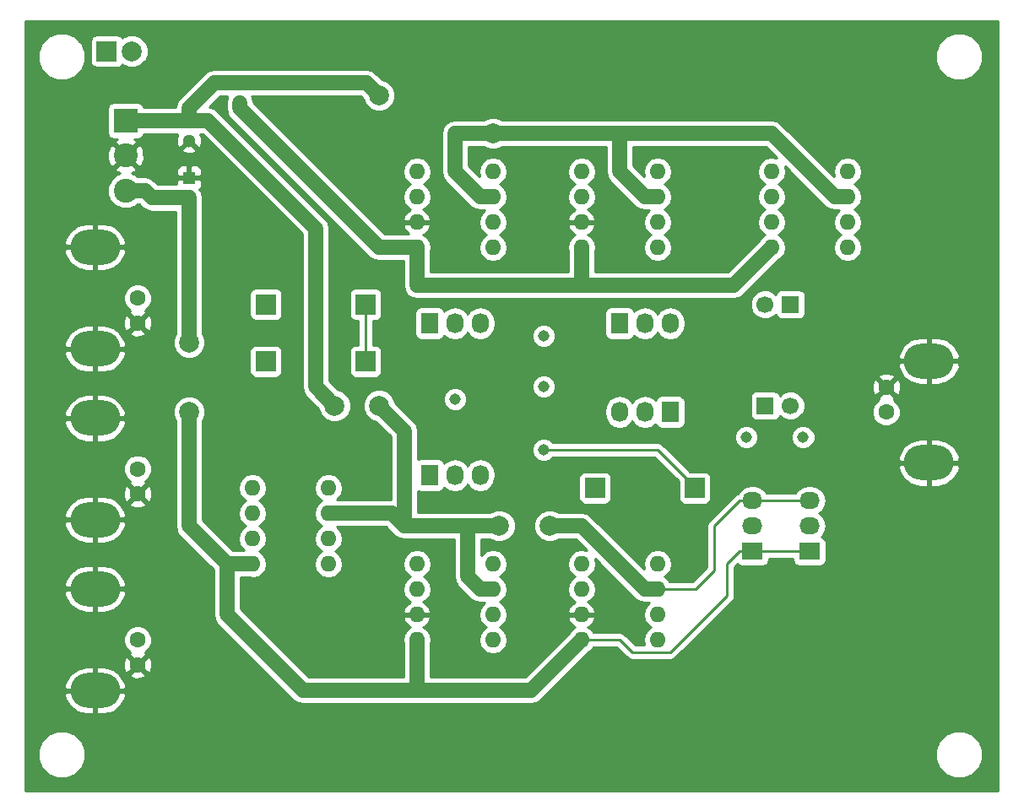
<source format=gbl>
G04 #@! TF.FileFunction,Copper,L2,Bot,Signal*
%FSLAX46Y46*%
G04 Gerber Fmt 4.6, Leading zero omitted, Abs format (unit mm)*
G04 Created by KiCad (PCBNEW 4.0.1-stable) date 30/08/2016 2:09:59 p.m.*
%MOMM*%
G01*
G04 APERTURE LIST*
%ADD10C,0.100000*%
%ADD11R,1.727200X2.032000*%
%ADD12O,1.727200X2.032000*%
%ADD13O,5.001260X3.500120*%
%ADD14C,1.600200*%
%ADD15R,1.300000X1.300000*%
%ADD16C,1.300000*%
%ADD17C,1.699260*%
%ADD18R,1.699260X1.699260*%
%ADD19O,1.600000X1.600000*%
%ADD20C,1.143000*%
%ADD21R,2.032000X1.727200*%
%ADD22O,2.032000X1.727200*%
%ADD23R,1.998980X1.998980*%
%ADD24C,2.400000*%
%ADD25R,2.400000X2.400000*%
%ADD26R,2.000000X2.000000*%
%ADD27C,2.000000*%
%ADD28C,0.600000*%
%ADD29C,1.500000*%
%ADD30C,0.250000*%
%ADD31C,0.254000*%
G04 APERTURE END LIST*
D10*
D11*
X41910000Y-31750000D03*
D12*
X44450000Y-31750000D03*
X46990000Y-31750000D03*
D13*
X8356600Y-34307780D03*
X8356600Y-24109680D03*
D14*
X12621260Y-29210000D03*
X12621260Y-31709360D03*
D15*
X17780000Y-11430000D03*
D16*
X17780000Y-13430000D03*
D15*
X17780000Y-17145000D03*
D16*
X17780000Y-19145000D03*
D15*
X22860000Y-7620000D03*
D16*
X22860000Y-9620000D03*
D17*
X78107540Y-40005520D03*
D18*
X78107540Y-29845520D03*
D19*
X24130000Y-48260000D03*
X24130000Y-50800000D03*
X24130000Y-53340000D03*
X24130000Y-55880000D03*
X31750000Y-55880000D03*
X31750000Y-53340000D03*
X31750000Y-50800000D03*
X31750000Y-48260000D03*
X40640000Y-16510000D03*
X40640000Y-19050000D03*
X40640000Y-21590000D03*
X40640000Y-24130000D03*
X48260000Y-24130000D03*
X48260000Y-21590000D03*
X48260000Y-19050000D03*
X48260000Y-16510000D03*
X40640000Y-55880000D03*
X40640000Y-58420000D03*
X40640000Y-60960000D03*
X40640000Y-63500000D03*
X48260000Y-63500000D03*
X48260000Y-60960000D03*
X48260000Y-58420000D03*
X48260000Y-55880000D03*
X57150000Y-55880000D03*
X57150000Y-58420000D03*
X57150000Y-60960000D03*
X57150000Y-63500000D03*
X64770000Y-63500000D03*
X64770000Y-60960000D03*
X64770000Y-58420000D03*
X64770000Y-55880000D03*
X57150000Y-16510000D03*
X57150000Y-19050000D03*
X57150000Y-21590000D03*
X57150000Y-24130000D03*
X64770000Y-24130000D03*
X64770000Y-21590000D03*
X64770000Y-19050000D03*
X64770000Y-16510000D03*
X76200000Y-16510000D03*
X76200000Y-19050000D03*
X76200000Y-21590000D03*
X76200000Y-24130000D03*
X83820000Y-24130000D03*
X83820000Y-21590000D03*
X83820000Y-19050000D03*
X83820000Y-16510000D03*
D20*
X44450000Y-39370000D03*
X53340000Y-33020000D03*
X53340000Y-38100000D03*
X53340000Y-44450000D03*
X73660000Y-43180000D03*
D11*
X66040000Y-40640000D03*
D12*
X63500000Y-40640000D03*
X60960000Y-40640000D03*
D11*
X60960000Y-31750000D03*
D12*
X63500000Y-31750000D03*
X66040000Y-31750000D03*
D21*
X74295000Y-54610000D03*
D22*
X74295000Y-52070000D03*
X74295000Y-49530000D03*
D11*
X41910000Y-46990000D03*
D12*
X44450000Y-46990000D03*
X46990000Y-46990000D03*
D23*
X25478740Y-29845000D03*
X35481260Y-29845000D03*
X58498740Y-48260000D03*
X68501260Y-48260000D03*
X35481260Y-35560000D03*
X25478740Y-35560000D03*
D13*
X8356600Y-51452780D03*
X8356600Y-41254680D03*
D14*
X12621260Y-46355000D03*
X12621260Y-48854360D03*
D13*
X8356600Y-68597780D03*
X8356600Y-58399680D03*
D14*
X12621260Y-63500000D03*
X12621260Y-65999360D03*
D13*
X91973400Y-35542220D03*
X91973400Y-45740320D03*
D14*
X87708740Y-40640000D03*
X87708740Y-38140640D03*
D24*
X11430000Y-14930000D03*
X11430000Y-18430000D03*
D25*
X11430000Y-11430000D03*
D21*
X80010000Y-54610000D03*
D22*
X80010000Y-52070000D03*
X80010000Y-49530000D03*
D20*
X79375000Y-43180000D03*
D17*
X75562460Y-29844480D03*
D18*
X75562460Y-40004480D03*
D26*
X9525000Y-4445000D03*
D27*
X12065000Y-4445000D03*
D28*
X60198000Y-74676000D03*
X55880000Y-72390000D03*
D27*
X48895000Y-52070000D03*
X53975000Y-52070000D03*
X36830000Y-40005000D03*
X32385000Y-40005000D03*
X48260000Y-12700000D03*
X36830000Y-8890000D03*
D28*
X36195000Y-20320000D03*
X31750000Y-15240000D03*
X20320000Y-31115000D03*
X26035000Y-10795000D03*
X78105000Y-62865000D03*
X76200000Y-62865000D03*
X19685000Y-62230000D03*
X71120000Y-15240000D03*
X71120000Y-25400000D03*
X52705000Y-21590000D03*
X52705000Y-15240000D03*
X89535000Y-13970000D03*
X69215000Y-54610000D03*
X52705000Y-58420000D03*
X52705000Y-55245000D03*
X36830000Y-45085000D03*
X36195000Y-59690000D03*
X31750000Y-62865000D03*
D27*
X17780000Y-33655000D03*
X17780000Y-40640000D03*
D29*
X53975000Y-52070000D02*
X57150000Y-52070000D01*
X45720000Y-52070000D02*
X48895000Y-52070000D01*
X63500000Y-58420000D02*
X57150000Y-52070000D01*
X63500000Y-58420000D02*
X64770000Y-58420000D01*
X30480000Y-38100000D02*
X32385000Y-40005000D01*
X39370000Y-42545000D02*
X39370000Y-52070000D01*
X36830000Y-40005000D02*
X39370000Y-42545000D01*
X17780000Y-11430000D02*
X19685000Y-11430000D01*
X30480000Y-22225000D02*
X30480000Y-38100000D01*
X19685000Y-11430000D02*
X30480000Y-22225000D01*
X30480000Y-38100000D02*
X30480000Y-38100000D01*
X22860000Y-7620000D02*
X35560000Y-7620000D01*
X35560000Y-7620000D02*
X36830000Y-8890000D01*
X17780000Y-11430000D02*
X17780000Y-10160000D01*
X20320000Y-7620000D02*
X22860000Y-7620000D01*
X17780000Y-10160000D02*
X20320000Y-7620000D01*
X11430000Y-11430000D02*
X17780000Y-11430000D01*
D30*
X74295000Y-49530000D02*
X75565000Y-49530000D01*
X64770000Y-58420000D02*
X68580000Y-58420000D01*
X68580000Y-58420000D02*
X70485000Y-56515000D01*
X70485000Y-56515000D02*
X70485000Y-52070000D01*
X70485000Y-52070000D02*
X73025000Y-49530000D01*
X73025000Y-49530000D02*
X75565000Y-49530000D01*
X75565000Y-49530000D02*
X80010000Y-49530000D01*
D29*
X83820000Y-19050000D02*
X82550000Y-19050000D01*
X48260000Y-58420000D02*
X46990000Y-58420000D01*
X45720000Y-57150000D02*
X45720000Y-52070000D01*
X46990000Y-58420000D02*
X45720000Y-57150000D01*
X31750000Y-50800000D02*
X33655000Y-50800000D01*
X38100000Y-50800000D02*
X39370000Y-52070000D01*
X33655000Y-50800000D02*
X38100000Y-50800000D01*
X39370000Y-52070000D02*
X45720000Y-52070000D01*
X82550000Y-19050000D02*
X76200000Y-12700000D01*
X64770000Y-19050000D02*
X63500000Y-19050000D01*
X60960000Y-16510000D02*
X60960000Y-12700000D01*
X63500000Y-19050000D02*
X60960000Y-16510000D01*
X48260000Y-19050000D02*
X46990000Y-19050000D01*
X44450000Y-12700000D02*
X48260000Y-12700000D01*
X44450000Y-16510000D02*
X44450000Y-12700000D01*
X46990000Y-19050000D02*
X44450000Y-16510000D01*
X48260000Y-12700000D02*
X60960000Y-12700000D01*
X60960000Y-12700000D02*
X76200000Y-12700000D01*
X22860000Y-10160000D02*
X36830000Y-24130000D01*
X21590000Y-55880000D02*
X17780000Y-52070000D01*
X17780000Y-40640000D02*
X17780000Y-52070000D01*
X17780000Y-33655000D02*
X17780000Y-19145000D01*
X22860000Y-9620000D02*
X22860000Y-10160000D01*
X36830000Y-24130000D02*
X40640000Y-24130000D01*
X11430000Y-18430000D02*
X13350000Y-18430000D01*
X13350000Y-18430000D02*
X14065000Y-19145000D01*
X14065000Y-19145000D02*
X17780000Y-19145000D01*
D30*
X76200000Y-54610000D02*
X74295000Y-54610000D01*
X57150000Y-63500000D02*
X60960000Y-63500000D01*
X73025000Y-54610000D02*
X76200000Y-54610000D01*
X76200000Y-54610000D02*
X80010000Y-54610000D01*
X71755000Y-55880000D02*
X73025000Y-54610000D01*
X71755000Y-59055000D02*
X71755000Y-55880000D01*
X66040000Y-64770000D02*
X71755000Y-59055000D01*
X62230000Y-64770000D02*
X66040000Y-64770000D01*
X60960000Y-63500000D02*
X62230000Y-64770000D01*
D29*
X57150000Y-63500000D02*
X52070000Y-68580000D01*
X52070000Y-68580000D02*
X40640000Y-68580000D01*
X40640000Y-63500000D02*
X40640000Y-68580000D01*
X24130000Y-55880000D02*
X21590000Y-55880000D01*
X40640000Y-24130000D02*
X40640000Y-27940000D01*
X57150000Y-24130000D02*
X57150000Y-27940000D01*
X40640000Y-27940000D02*
X57150000Y-27940000D01*
X72390000Y-27940000D02*
X76200000Y-24130000D01*
X57150000Y-27940000D02*
X72390000Y-27940000D01*
X29210000Y-68580000D02*
X40640000Y-68580000D01*
X21590000Y-60960000D02*
X29210000Y-68580000D01*
X21590000Y-55880000D02*
X21590000Y-60960000D01*
D30*
X35481260Y-35560000D02*
X35481260Y-29845000D01*
X68501260Y-48260000D02*
X68501260Y-48181260D01*
X68501260Y-48181260D02*
X64770000Y-44450000D01*
X64770000Y-44450000D02*
X53340000Y-44450000D01*
D31*
G36*
X98933000Y-78613000D02*
X1397000Y-78613000D01*
X1397000Y-75481076D01*
X2615787Y-75481076D01*
X2978126Y-76358003D01*
X3648468Y-77029516D01*
X4524761Y-77393385D01*
X5473596Y-77394213D01*
X6350523Y-77031874D01*
X7022036Y-76361532D01*
X7385905Y-75485239D01*
X7385908Y-75481076D01*
X92615607Y-75481076D01*
X92977946Y-76358003D01*
X93648288Y-77029516D01*
X94524581Y-77393385D01*
X95473416Y-77394213D01*
X96350343Y-77031874D01*
X97021856Y-76361532D01*
X97385725Y-75485239D01*
X97386553Y-74536404D01*
X97024214Y-73659477D01*
X96353872Y-72987964D01*
X95477579Y-72624095D01*
X94528744Y-72623267D01*
X93651817Y-72985606D01*
X92980304Y-73655948D01*
X92616435Y-74532241D01*
X92615607Y-75481076D01*
X7385908Y-75481076D01*
X7386733Y-74536404D01*
X7024394Y-73659477D01*
X6354052Y-72987964D01*
X5477759Y-72624095D01*
X4528924Y-72623267D01*
X3651997Y-72985606D01*
X2980484Y-73655948D01*
X2616615Y-74532241D01*
X2615787Y-75481076D01*
X1397000Y-75481076D01*
X1397000Y-69095793D01*
X5273544Y-69095793D01*
X5353921Y-69393170D01*
X5829735Y-70194469D01*
X6575974Y-70752687D01*
X7479030Y-70982840D01*
X8229600Y-70982840D01*
X8229600Y-68724780D01*
X8483600Y-68724780D01*
X8483600Y-70982840D01*
X9234170Y-70982840D01*
X10137226Y-70752687D01*
X10883465Y-70194469D01*
X11359279Y-69393170D01*
X11439656Y-69095793D01*
X11329855Y-68724780D01*
X8483600Y-68724780D01*
X8229600Y-68724780D01*
X5383345Y-68724780D01*
X5273544Y-69095793D01*
X1397000Y-69095793D01*
X1397000Y-68099767D01*
X5273544Y-68099767D01*
X5383345Y-68470780D01*
X8229600Y-68470780D01*
X8229600Y-66212720D01*
X8483600Y-66212720D01*
X8483600Y-68470780D01*
X11329855Y-68470780D01*
X11439656Y-68099767D01*
X11359279Y-67802390D01*
X10887079Y-67007177D01*
X11793048Y-67007177D01*
X11867195Y-67253307D01*
X12404460Y-67446424D01*
X12974730Y-67419239D01*
X13375325Y-67253307D01*
X13449472Y-67007177D01*
X12621260Y-66178965D01*
X11793048Y-67007177D01*
X10887079Y-67007177D01*
X10883465Y-67001091D01*
X10137226Y-66442873D01*
X9234170Y-66212720D01*
X8483600Y-66212720D01*
X8229600Y-66212720D01*
X7479030Y-66212720D01*
X6575974Y-66442873D01*
X5829735Y-67001091D01*
X5353921Y-67802390D01*
X5273544Y-68099767D01*
X1397000Y-68099767D01*
X1397000Y-65782560D01*
X11174196Y-65782560D01*
X11201381Y-66352830D01*
X11367313Y-66753425D01*
X11613443Y-66827572D01*
X12441655Y-65999360D01*
X12800865Y-65999360D01*
X13629077Y-66827572D01*
X13875207Y-66753425D01*
X14068324Y-66216160D01*
X14041139Y-65645890D01*
X13875207Y-65245295D01*
X13629077Y-65171148D01*
X12800865Y-65999360D01*
X12441655Y-65999360D01*
X11613443Y-65171148D01*
X11367313Y-65245295D01*
X11174196Y-65782560D01*
X1397000Y-65782560D01*
X1397000Y-63784207D01*
X11185912Y-63784207D01*
X11403932Y-64311857D01*
X11807280Y-64715909D01*
X11872771Y-64743103D01*
X11867195Y-64745413D01*
X11793048Y-64991543D01*
X12621260Y-65819755D01*
X13449472Y-64991543D01*
X13375325Y-64745413D01*
X13369881Y-64743456D01*
X13433117Y-64717328D01*
X13837169Y-64313980D01*
X14056110Y-63786711D01*
X14056608Y-63215793D01*
X13838588Y-62688143D01*
X13435240Y-62284091D01*
X12907971Y-62065150D01*
X12337053Y-62064652D01*
X11809403Y-62282672D01*
X11405351Y-62686020D01*
X11186410Y-63213289D01*
X11185912Y-63784207D01*
X1397000Y-63784207D01*
X1397000Y-58897693D01*
X5273544Y-58897693D01*
X5353921Y-59195070D01*
X5829735Y-59996369D01*
X6575974Y-60554587D01*
X7479030Y-60784740D01*
X8229600Y-60784740D01*
X8229600Y-58526680D01*
X8483600Y-58526680D01*
X8483600Y-60784740D01*
X9234170Y-60784740D01*
X10137226Y-60554587D01*
X10883465Y-59996369D01*
X11359279Y-59195070D01*
X11439656Y-58897693D01*
X11329855Y-58526680D01*
X8483600Y-58526680D01*
X8229600Y-58526680D01*
X5383345Y-58526680D01*
X5273544Y-58897693D01*
X1397000Y-58897693D01*
X1397000Y-57901667D01*
X5273544Y-57901667D01*
X5383345Y-58272680D01*
X8229600Y-58272680D01*
X8229600Y-56014620D01*
X8483600Y-56014620D01*
X8483600Y-58272680D01*
X11329855Y-58272680D01*
X11439656Y-57901667D01*
X11359279Y-57604290D01*
X10883465Y-56802991D01*
X10137226Y-56244773D01*
X9234170Y-56014620D01*
X8483600Y-56014620D01*
X8229600Y-56014620D01*
X7479030Y-56014620D01*
X6575974Y-56244773D01*
X5829735Y-56802991D01*
X5353921Y-57604290D01*
X5273544Y-57901667D01*
X1397000Y-57901667D01*
X1397000Y-51950793D01*
X5273544Y-51950793D01*
X5353921Y-52248170D01*
X5829735Y-53049469D01*
X6575974Y-53607687D01*
X7479030Y-53837840D01*
X8229600Y-53837840D01*
X8229600Y-51579780D01*
X8483600Y-51579780D01*
X8483600Y-53837840D01*
X9234170Y-53837840D01*
X10137226Y-53607687D01*
X10883465Y-53049469D01*
X11359279Y-52248170D01*
X11439656Y-51950793D01*
X11329855Y-51579780D01*
X8483600Y-51579780D01*
X8229600Y-51579780D01*
X5383345Y-51579780D01*
X5273544Y-51950793D01*
X1397000Y-51950793D01*
X1397000Y-50954767D01*
X5273544Y-50954767D01*
X5383345Y-51325780D01*
X8229600Y-51325780D01*
X8229600Y-49067720D01*
X8483600Y-49067720D01*
X8483600Y-51325780D01*
X11329855Y-51325780D01*
X11439656Y-50954767D01*
X11359279Y-50657390D01*
X10887079Y-49862177D01*
X11793048Y-49862177D01*
X11867195Y-50108307D01*
X12404460Y-50301424D01*
X12974730Y-50274239D01*
X13375325Y-50108307D01*
X13449472Y-49862177D01*
X12621260Y-49033965D01*
X11793048Y-49862177D01*
X10887079Y-49862177D01*
X10883465Y-49856091D01*
X10137226Y-49297873D01*
X9234170Y-49067720D01*
X8483600Y-49067720D01*
X8229600Y-49067720D01*
X7479030Y-49067720D01*
X6575974Y-49297873D01*
X5829735Y-49856091D01*
X5353921Y-50657390D01*
X5273544Y-50954767D01*
X1397000Y-50954767D01*
X1397000Y-48637560D01*
X11174196Y-48637560D01*
X11201381Y-49207830D01*
X11367313Y-49608425D01*
X11613443Y-49682572D01*
X12441655Y-48854360D01*
X12800865Y-48854360D01*
X13629077Y-49682572D01*
X13875207Y-49608425D01*
X14068324Y-49071160D01*
X14041139Y-48500890D01*
X13875207Y-48100295D01*
X13629077Y-48026148D01*
X12800865Y-48854360D01*
X12441655Y-48854360D01*
X11613443Y-48026148D01*
X11367313Y-48100295D01*
X11174196Y-48637560D01*
X1397000Y-48637560D01*
X1397000Y-46639207D01*
X11185912Y-46639207D01*
X11403932Y-47166857D01*
X11807280Y-47570909D01*
X11872771Y-47598103D01*
X11867195Y-47600413D01*
X11793048Y-47846543D01*
X12621260Y-48674755D01*
X13449472Y-47846543D01*
X13375325Y-47600413D01*
X13369881Y-47598456D01*
X13433117Y-47572328D01*
X13837169Y-47168980D01*
X14056110Y-46641711D01*
X14056608Y-46070793D01*
X13838588Y-45543143D01*
X13435240Y-45139091D01*
X12907971Y-44920150D01*
X12337053Y-44919652D01*
X11809403Y-45137672D01*
X11405351Y-45541020D01*
X11186410Y-46068289D01*
X11185912Y-46639207D01*
X1397000Y-46639207D01*
X1397000Y-41752693D01*
X5273544Y-41752693D01*
X5353921Y-42050070D01*
X5829735Y-42851369D01*
X6575974Y-43409587D01*
X7479030Y-43639740D01*
X8229600Y-43639740D01*
X8229600Y-41381680D01*
X8483600Y-41381680D01*
X8483600Y-43639740D01*
X9234170Y-43639740D01*
X10137226Y-43409587D01*
X10883465Y-42851369D01*
X11359279Y-42050070D01*
X11439656Y-41752693D01*
X11329855Y-41381680D01*
X8483600Y-41381680D01*
X8229600Y-41381680D01*
X5383345Y-41381680D01*
X5273544Y-41752693D01*
X1397000Y-41752693D01*
X1397000Y-40756667D01*
X5273544Y-40756667D01*
X5383345Y-41127680D01*
X8229600Y-41127680D01*
X8229600Y-38869620D01*
X8483600Y-38869620D01*
X8483600Y-41127680D01*
X11329855Y-41127680D01*
X11378356Y-40963795D01*
X16144716Y-40963795D01*
X16393106Y-41564943D01*
X16395000Y-41566840D01*
X16395000Y-52070000D01*
X16500427Y-52600017D01*
X16627937Y-52790849D01*
X16800657Y-53049343D01*
X20205000Y-56453686D01*
X20205000Y-60960000D01*
X20310427Y-61490017D01*
X20610657Y-61939343D01*
X28230657Y-69559343D01*
X28679983Y-69859573D01*
X29210000Y-69965000D01*
X52070000Y-69965000D01*
X52600017Y-69859573D01*
X53049343Y-69559343D01*
X57894990Y-64713696D01*
X58192811Y-64514698D01*
X58362995Y-64260000D01*
X60645198Y-64260000D01*
X61692599Y-65307401D01*
X61939160Y-65472148D01*
X62230000Y-65530000D01*
X66040000Y-65530000D01*
X66330839Y-65472148D01*
X66577401Y-65307401D01*
X72292402Y-59592401D01*
X72457148Y-59345839D01*
X72515000Y-59055000D01*
X72515000Y-56194802D01*
X72803106Y-55906696D01*
X72814910Y-55925041D01*
X73027110Y-56070031D01*
X73279000Y-56121040D01*
X75311000Y-56121040D01*
X75546317Y-56076762D01*
X75762441Y-55937690D01*
X75907431Y-55725490D01*
X75958440Y-55473600D01*
X75958440Y-55370000D01*
X78346560Y-55370000D01*
X78346560Y-55473600D01*
X78390838Y-55708917D01*
X78529910Y-55925041D01*
X78742110Y-56070031D01*
X78994000Y-56121040D01*
X81026000Y-56121040D01*
X81261317Y-56076762D01*
X81477441Y-55937690D01*
X81622431Y-55725490D01*
X81673440Y-55473600D01*
X81673440Y-53746400D01*
X81629162Y-53511083D01*
X81490090Y-53294959D01*
X81277890Y-53149969D01*
X81236561Y-53141600D01*
X81254415Y-53129670D01*
X81579271Y-52643489D01*
X81693345Y-52070000D01*
X81579271Y-51496511D01*
X81254415Y-51010330D01*
X80939634Y-50800000D01*
X81254415Y-50589670D01*
X81579271Y-50103489D01*
X81693345Y-49530000D01*
X81579271Y-48956511D01*
X81254415Y-48470330D01*
X80768234Y-48145474D01*
X80194745Y-48031400D01*
X79825255Y-48031400D01*
X79251766Y-48145474D01*
X78765585Y-48470330D01*
X78565352Y-48770000D01*
X75739648Y-48770000D01*
X75539415Y-48470330D01*
X75053234Y-48145474D01*
X74479745Y-48031400D01*
X74110255Y-48031400D01*
X73536766Y-48145474D01*
X73050585Y-48470330D01*
X72823581Y-48810065D01*
X72782414Y-48818254D01*
X72734160Y-48827852D01*
X72487599Y-48992599D01*
X69947599Y-51532599D01*
X69782852Y-51779161D01*
X69725000Y-52070000D01*
X69725000Y-56200198D01*
X68265198Y-57660000D01*
X65982995Y-57660000D01*
X65812811Y-57405302D01*
X65430725Y-57150000D01*
X65812811Y-56894698D01*
X66123880Y-56429151D01*
X66233113Y-55880000D01*
X66123880Y-55330849D01*
X65812811Y-54865302D01*
X65347264Y-54554233D01*
X64798113Y-54445000D01*
X64741887Y-54445000D01*
X64192736Y-54554233D01*
X63727189Y-54865302D01*
X63416120Y-55330849D01*
X63306887Y-55880000D01*
X63403279Y-56364593D01*
X58129343Y-51090657D01*
X57865744Y-50914526D01*
X57680017Y-50790427D01*
X57150000Y-50685000D01*
X54902641Y-50685000D01*
X54902363Y-50684722D01*
X54301648Y-50435284D01*
X53651205Y-50434716D01*
X53050057Y-50683106D01*
X52589722Y-51142637D01*
X52340284Y-51743352D01*
X52339716Y-52393795D01*
X52588106Y-52994943D01*
X53047637Y-53455278D01*
X53648352Y-53704716D01*
X54298795Y-53705284D01*
X54899943Y-53456894D01*
X54901840Y-53455000D01*
X56576314Y-53455000D01*
X57662706Y-54541392D01*
X57178113Y-54445000D01*
X57121887Y-54445000D01*
X56572736Y-54554233D01*
X56107189Y-54865302D01*
X55796120Y-55330849D01*
X55686887Y-55880000D01*
X55796120Y-56429151D01*
X56107189Y-56894698D01*
X56489275Y-57150000D01*
X56107189Y-57405302D01*
X55796120Y-57870849D01*
X55686887Y-58420000D01*
X55796120Y-58969151D01*
X56107189Y-59434698D01*
X56511703Y-59704986D01*
X56294866Y-59807611D01*
X55918959Y-60222577D01*
X55758096Y-60610961D01*
X55880085Y-60833000D01*
X57023000Y-60833000D01*
X57023000Y-60813000D01*
X57277000Y-60813000D01*
X57277000Y-60833000D01*
X58419915Y-60833000D01*
X58541904Y-60610961D01*
X58381041Y-60222577D01*
X58005134Y-59807611D01*
X57788297Y-59704986D01*
X58192811Y-59434698D01*
X58503880Y-58969151D01*
X58613113Y-58420000D01*
X58503880Y-57870849D01*
X58192811Y-57405302D01*
X57810725Y-57150000D01*
X58192811Y-56894698D01*
X58503880Y-56429151D01*
X58613113Y-55880000D01*
X58516721Y-55395407D01*
X62520657Y-59399343D01*
X62969983Y-59699573D01*
X63500000Y-59805000D01*
X63937165Y-59805000D01*
X63727189Y-59945302D01*
X63416120Y-60410849D01*
X63306887Y-60960000D01*
X63416120Y-61509151D01*
X63727189Y-61974698D01*
X64109275Y-62230000D01*
X63727189Y-62485302D01*
X63416120Y-62950849D01*
X63306887Y-63500000D01*
X63408332Y-64010000D01*
X62544802Y-64010000D01*
X61497401Y-62962599D01*
X61250839Y-62797852D01*
X60960000Y-62740000D01*
X58362995Y-62740000D01*
X58192811Y-62485302D01*
X57788297Y-62215014D01*
X58005134Y-62112389D01*
X58381041Y-61697423D01*
X58541904Y-61309039D01*
X58419915Y-61087000D01*
X57277000Y-61087000D01*
X57277000Y-61107000D01*
X57023000Y-61107000D01*
X57023000Y-61087000D01*
X55880085Y-61087000D01*
X55758096Y-61309039D01*
X55918959Y-61697423D01*
X56294866Y-62112389D01*
X56511703Y-62215014D01*
X56107189Y-62485302D01*
X55908191Y-62783123D01*
X51496314Y-67195000D01*
X42025000Y-67195000D01*
X42025000Y-63892700D01*
X42103113Y-63500000D01*
X41993880Y-62950849D01*
X41682811Y-62485302D01*
X41278297Y-62215014D01*
X41495134Y-62112389D01*
X41871041Y-61697423D01*
X42031904Y-61309039D01*
X41909915Y-61087000D01*
X40767000Y-61087000D01*
X40767000Y-61107000D01*
X40513000Y-61107000D01*
X40513000Y-61087000D01*
X39370085Y-61087000D01*
X39248096Y-61309039D01*
X39408959Y-61697423D01*
X39784866Y-62112389D01*
X40001703Y-62215014D01*
X39597189Y-62485302D01*
X39286120Y-62950849D01*
X39176887Y-63500000D01*
X39255000Y-63892700D01*
X39255000Y-67195000D01*
X29783686Y-67195000D01*
X22975000Y-60386314D01*
X22975000Y-57265000D01*
X23850520Y-57265000D01*
X24101887Y-57315000D01*
X24158113Y-57315000D01*
X24707264Y-57205767D01*
X25172811Y-56894698D01*
X25483880Y-56429151D01*
X25593113Y-55880000D01*
X25483880Y-55330849D01*
X25172811Y-54865302D01*
X24790725Y-54610000D01*
X25172811Y-54354698D01*
X25483880Y-53889151D01*
X25593113Y-53340000D01*
X25483880Y-52790849D01*
X25172811Y-52325302D01*
X24790725Y-52070000D01*
X25172811Y-51814698D01*
X25483880Y-51349151D01*
X25593113Y-50800000D01*
X25483880Y-50250849D01*
X25172811Y-49785302D01*
X24790725Y-49530000D01*
X25172811Y-49274698D01*
X25483880Y-48809151D01*
X25593113Y-48260000D01*
X30286887Y-48260000D01*
X30396120Y-48809151D01*
X30707189Y-49274698D01*
X31089275Y-49530000D01*
X30707189Y-49785302D01*
X30396120Y-50250849D01*
X30286887Y-50800000D01*
X30396120Y-51349151D01*
X30707189Y-51814698D01*
X31089275Y-52070000D01*
X30707189Y-52325302D01*
X30396120Y-52790849D01*
X30286887Y-53340000D01*
X30396120Y-53889151D01*
X30707189Y-54354698D01*
X31089275Y-54610000D01*
X30707189Y-54865302D01*
X30396120Y-55330849D01*
X30286887Y-55880000D01*
X30396120Y-56429151D01*
X30707189Y-56894698D01*
X31172736Y-57205767D01*
X31721887Y-57315000D01*
X31778113Y-57315000D01*
X32327264Y-57205767D01*
X32792811Y-56894698D01*
X33103880Y-56429151D01*
X33213113Y-55880000D01*
X39176887Y-55880000D01*
X39286120Y-56429151D01*
X39597189Y-56894698D01*
X39979275Y-57150000D01*
X39597189Y-57405302D01*
X39286120Y-57870849D01*
X39176887Y-58420000D01*
X39286120Y-58969151D01*
X39597189Y-59434698D01*
X40001703Y-59704986D01*
X39784866Y-59807611D01*
X39408959Y-60222577D01*
X39248096Y-60610961D01*
X39370085Y-60833000D01*
X40513000Y-60833000D01*
X40513000Y-60813000D01*
X40767000Y-60813000D01*
X40767000Y-60833000D01*
X41909915Y-60833000D01*
X42031904Y-60610961D01*
X41871041Y-60222577D01*
X41495134Y-59807611D01*
X41278297Y-59704986D01*
X41682811Y-59434698D01*
X41993880Y-58969151D01*
X42103113Y-58420000D01*
X41993880Y-57870849D01*
X41682811Y-57405302D01*
X41300725Y-57150000D01*
X41682811Y-56894698D01*
X41993880Y-56429151D01*
X42103113Y-55880000D01*
X41993880Y-55330849D01*
X41682811Y-54865302D01*
X41217264Y-54554233D01*
X40668113Y-54445000D01*
X40611887Y-54445000D01*
X40062736Y-54554233D01*
X39597189Y-54865302D01*
X39286120Y-55330849D01*
X39176887Y-55880000D01*
X33213113Y-55880000D01*
X33103880Y-55330849D01*
X32792811Y-54865302D01*
X32410725Y-54610000D01*
X32792811Y-54354698D01*
X33103880Y-53889151D01*
X33213113Y-53340000D01*
X33103880Y-52790849D01*
X32792811Y-52325302D01*
X32582835Y-52185000D01*
X37526314Y-52185000D01*
X38390657Y-53049343D01*
X38839983Y-53349573D01*
X39370000Y-53455000D01*
X44335000Y-53455000D01*
X44335000Y-57150000D01*
X44440427Y-57680017D01*
X44588529Y-57901667D01*
X44740657Y-58129343D01*
X46010657Y-59399343D01*
X46459983Y-59699573D01*
X46990000Y-59805000D01*
X47427165Y-59805000D01*
X47217189Y-59945302D01*
X46906120Y-60410849D01*
X46796887Y-60960000D01*
X46906120Y-61509151D01*
X47217189Y-61974698D01*
X47599275Y-62230000D01*
X47217189Y-62485302D01*
X46906120Y-62950849D01*
X46796887Y-63500000D01*
X46906120Y-64049151D01*
X47217189Y-64514698D01*
X47682736Y-64825767D01*
X48231887Y-64935000D01*
X48288113Y-64935000D01*
X48837264Y-64825767D01*
X49302811Y-64514698D01*
X49613880Y-64049151D01*
X49723113Y-63500000D01*
X49613880Y-62950849D01*
X49302811Y-62485302D01*
X48920725Y-62230000D01*
X49302811Y-61974698D01*
X49613880Y-61509151D01*
X49723113Y-60960000D01*
X49613880Y-60410849D01*
X49302811Y-59945302D01*
X48920725Y-59690000D01*
X49302811Y-59434698D01*
X49613880Y-58969151D01*
X49723113Y-58420000D01*
X49613880Y-57870849D01*
X49302811Y-57405302D01*
X48920725Y-57150000D01*
X49302811Y-56894698D01*
X49613880Y-56429151D01*
X49723113Y-55880000D01*
X49613880Y-55330849D01*
X49302811Y-54865302D01*
X48837264Y-54554233D01*
X48288113Y-54445000D01*
X48231887Y-54445000D01*
X47682736Y-54554233D01*
X47217189Y-54865302D01*
X47105000Y-55033204D01*
X47105000Y-53455000D01*
X47967359Y-53455000D01*
X47967637Y-53455278D01*
X48568352Y-53704716D01*
X49218795Y-53705284D01*
X49819943Y-53456894D01*
X50280278Y-52997363D01*
X50529716Y-52396648D01*
X50530284Y-51746205D01*
X50281894Y-51145057D01*
X49822363Y-50684722D01*
X49221648Y-50435284D01*
X48571205Y-50434716D01*
X47970057Y-50683106D01*
X47968160Y-50685000D01*
X40755000Y-50685000D01*
X40755000Y-48575435D01*
X40794510Y-48602431D01*
X41046400Y-48653440D01*
X42773600Y-48653440D01*
X43008917Y-48609162D01*
X43225041Y-48470090D01*
X43370031Y-48257890D01*
X43378400Y-48216561D01*
X43390330Y-48234415D01*
X43876511Y-48559271D01*
X44450000Y-48673345D01*
X45023489Y-48559271D01*
X45509670Y-48234415D01*
X45720000Y-47919634D01*
X45930330Y-48234415D01*
X46416511Y-48559271D01*
X46990000Y-48673345D01*
X47563489Y-48559271D01*
X48049670Y-48234415D01*
X48374526Y-47748234D01*
X48471540Y-47260510D01*
X56851810Y-47260510D01*
X56851810Y-49259490D01*
X56896088Y-49494807D01*
X57035160Y-49710931D01*
X57247360Y-49855921D01*
X57499250Y-49906930D01*
X59498230Y-49906930D01*
X59733547Y-49862652D01*
X59949671Y-49723580D01*
X60094661Y-49511380D01*
X60145670Y-49259490D01*
X60145670Y-47260510D01*
X60101392Y-47025193D01*
X59962320Y-46809069D01*
X59750120Y-46664079D01*
X59498230Y-46613070D01*
X57499250Y-46613070D01*
X57263933Y-46657348D01*
X57047809Y-46796420D01*
X56902819Y-47008620D01*
X56851810Y-47260510D01*
X48471540Y-47260510D01*
X48488600Y-47174745D01*
X48488600Y-46805255D01*
X48374526Y-46231766D01*
X48049670Y-45745585D01*
X47563489Y-45420729D01*
X46990000Y-45306655D01*
X46416511Y-45420729D01*
X45930330Y-45745585D01*
X45720000Y-46060366D01*
X45509670Y-45745585D01*
X45023489Y-45420729D01*
X44450000Y-45306655D01*
X43876511Y-45420729D01*
X43390330Y-45745585D01*
X43380757Y-45759913D01*
X43376762Y-45738683D01*
X43237690Y-45522559D01*
X43025490Y-45377569D01*
X42773600Y-45326560D01*
X41046400Y-45326560D01*
X40811083Y-45370838D01*
X40755000Y-45406926D01*
X40755000Y-44688935D01*
X52133291Y-44688935D01*
X52316582Y-45132535D01*
X52655680Y-45472225D01*
X53098959Y-45656290D01*
X53578935Y-45656709D01*
X54022535Y-45473418D01*
X54286413Y-45210000D01*
X64455198Y-45210000D01*
X66854330Y-47609133D01*
X66854330Y-49259490D01*
X66898608Y-49494807D01*
X67037680Y-49710931D01*
X67249880Y-49855921D01*
X67501770Y-49906930D01*
X69500750Y-49906930D01*
X69736067Y-49862652D01*
X69952191Y-49723580D01*
X70097181Y-49511380D01*
X70148190Y-49259490D01*
X70148190Y-47260510D01*
X70103912Y-47025193D01*
X69964840Y-46809069D01*
X69752640Y-46664079D01*
X69500750Y-46613070D01*
X68007873Y-46613070D01*
X67633136Y-46238333D01*
X88890344Y-46238333D01*
X88970721Y-46535710D01*
X89446535Y-47337009D01*
X90192774Y-47895227D01*
X91095830Y-48125380D01*
X91846400Y-48125380D01*
X91846400Y-45867320D01*
X92100400Y-45867320D01*
X92100400Y-48125380D01*
X92850970Y-48125380D01*
X93754026Y-47895227D01*
X94500265Y-47337009D01*
X94976079Y-46535710D01*
X95056456Y-46238333D01*
X94946655Y-45867320D01*
X92100400Y-45867320D01*
X91846400Y-45867320D01*
X89000145Y-45867320D01*
X88890344Y-46238333D01*
X67633136Y-46238333D01*
X66637110Y-45242307D01*
X88890344Y-45242307D01*
X89000145Y-45613320D01*
X91846400Y-45613320D01*
X91846400Y-43355260D01*
X92100400Y-43355260D01*
X92100400Y-45613320D01*
X94946655Y-45613320D01*
X95056456Y-45242307D01*
X94976079Y-44944930D01*
X94500265Y-44143631D01*
X93754026Y-43585413D01*
X92850970Y-43355260D01*
X92100400Y-43355260D01*
X91846400Y-43355260D01*
X91095830Y-43355260D01*
X90192774Y-43585413D01*
X89446535Y-44143631D01*
X88970721Y-44944930D01*
X88890344Y-45242307D01*
X66637110Y-45242307D01*
X65307401Y-43912599D01*
X65060839Y-43747852D01*
X64770000Y-43690000D01*
X54286088Y-43690000D01*
X54024320Y-43427775D01*
X54003031Y-43418935D01*
X72453291Y-43418935D01*
X72636582Y-43862535D01*
X72975680Y-44202225D01*
X73418959Y-44386290D01*
X73898935Y-44386709D01*
X74342535Y-44203418D01*
X74682225Y-43864320D01*
X74866290Y-43421041D01*
X74866291Y-43418935D01*
X78168291Y-43418935D01*
X78351582Y-43862535D01*
X78690680Y-44202225D01*
X79133959Y-44386290D01*
X79613935Y-44386709D01*
X80057535Y-44203418D01*
X80397225Y-43864320D01*
X80581290Y-43421041D01*
X80581709Y-42941065D01*
X80398418Y-42497465D01*
X80059320Y-42157775D01*
X79616041Y-41973710D01*
X79136065Y-41973291D01*
X78692465Y-42156582D01*
X78352775Y-42495680D01*
X78168710Y-42938959D01*
X78168291Y-43418935D01*
X74866291Y-43418935D01*
X74866709Y-42941065D01*
X74683418Y-42497465D01*
X74344320Y-42157775D01*
X73901041Y-41973710D01*
X73421065Y-41973291D01*
X72977465Y-42156582D01*
X72637775Y-42495680D01*
X72453710Y-42938959D01*
X72453291Y-43418935D01*
X54003031Y-43418935D01*
X53581041Y-43243710D01*
X53101065Y-43243291D01*
X52657465Y-43426582D01*
X52317775Y-43765680D01*
X52133710Y-44208959D01*
X52133291Y-44688935D01*
X40755000Y-44688935D01*
X40755000Y-42545000D01*
X40649573Y-42014983D01*
X40349343Y-41565657D01*
X38465284Y-39681598D01*
X38465284Y-39681205D01*
X38435423Y-39608935D01*
X43243291Y-39608935D01*
X43426582Y-40052535D01*
X43765680Y-40392225D01*
X44208959Y-40576290D01*
X44688935Y-40576709D01*
X44982877Y-40455255D01*
X59461400Y-40455255D01*
X59461400Y-40824745D01*
X59575474Y-41398234D01*
X59900330Y-41884415D01*
X60386511Y-42209271D01*
X60960000Y-42323345D01*
X61533489Y-42209271D01*
X62019670Y-41884415D01*
X62230000Y-41569634D01*
X62440330Y-41884415D01*
X62926511Y-42209271D01*
X63500000Y-42323345D01*
X64073489Y-42209271D01*
X64559670Y-41884415D01*
X64569243Y-41870087D01*
X64573238Y-41891317D01*
X64712310Y-42107441D01*
X64924510Y-42252431D01*
X65176400Y-42303440D01*
X66903600Y-42303440D01*
X67138917Y-42259162D01*
X67355041Y-42120090D01*
X67500031Y-41907890D01*
X67551040Y-41656000D01*
X67551040Y-39624000D01*
X67506762Y-39388683D01*
X67367690Y-39172559D01*
X67341773Y-39154850D01*
X74065390Y-39154850D01*
X74065390Y-40854110D01*
X74109668Y-41089427D01*
X74248740Y-41305551D01*
X74460940Y-41450541D01*
X74712830Y-41501550D01*
X76412090Y-41501550D01*
X76647407Y-41457272D01*
X76863531Y-41318200D01*
X77008521Y-41106000D01*
X77025356Y-41022865D01*
X77265466Y-41263394D01*
X77810933Y-41489892D01*
X78401556Y-41490408D01*
X78947417Y-41264862D01*
X79288667Y-40924207D01*
X86273392Y-40924207D01*
X86491412Y-41451857D01*
X86894760Y-41855909D01*
X87422029Y-42074850D01*
X87992947Y-42075348D01*
X88520597Y-41857328D01*
X88924649Y-41453980D01*
X89143590Y-40926711D01*
X89144088Y-40355793D01*
X88926068Y-39828143D01*
X88522720Y-39424091D01*
X88457229Y-39396897D01*
X88462805Y-39394587D01*
X88536952Y-39148457D01*
X87708740Y-38320245D01*
X86880528Y-39148457D01*
X86954675Y-39394587D01*
X86960119Y-39396544D01*
X86896883Y-39422672D01*
X86492831Y-39826020D01*
X86273890Y-40353289D01*
X86273392Y-40924207D01*
X79288667Y-40924207D01*
X79365414Y-40847594D01*
X79591912Y-40302127D01*
X79592428Y-39711504D01*
X79366882Y-39165643D01*
X78949614Y-38747646D01*
X78404147Y-38521148D01*
X77813524Y-38520632D01*
X77267663Y-38746178D01*
X77027705Y-38985717D01*
X77015252Y-38919533D01*
X76876180Y-38703409D01*
X76663980Y-38558419D01*
X76412090Y-38507410D01*
X74712830Y-38507410D01*
X74477513Y-38551688D01*
X74261389Y-38690760D01*
X74116399Y-38902960D01*
X74065390Y-39154850D01*
X67341773Y-39154850D01*
X67155490Y-39027569D01*
X66903600Y-38976560D01*
X65176400Y-38976560D01*
X64941083Y-39020838D01*
X64724959Y-39159910D01*
X64579969Y-39372110D01*
X64571600Y-39413439D01*
X64559670Y-39395585D01*
X64073489Y-39070729D01*
X63500000Y-38956655D01*
X62926511Y-39070729D01*
X62440330Y-39395585D01*
X62230000Y-39710366D01*
X62019670Y-39395585D01*
X61533489Y-39070729D01*
X60960000Y-38956655D01*
X60386511Y-39070729D01*
X59900330Y-39395585D01*
X59575474Y-39881766D01*
X59461400Y-40455255D01*
X44982877Y-40455255D01*
X45132535Y-40393418D01*
X45472225Y-40054320D01*
X45656290Y-39611041D01*
X45656709Y-39131065D01*
X45473418Y-38687465D01*
X45134320Y-38347775D01*
X45113031Y-38338935D01*
X52133291Y-38338935D01*
X52316582Y-38782535D01*
X52655680Y-39122225D01*
X53098959Y-39306290D01*
X53578935Y-39306709D01*
X54022535Y-39123418D01*
X54362225Y-38784320D01*
X54546290Y-38341041D01*
X54546654Y-37923840D01*
X86261676Y-37923840D01*
X86288861Y-38494110D01*
X86454793Y-38894705D01*
X86700923Y-38968852D01*
X87529135Y-38140640D01*
X87888345Y-38140640D01*
X88716557Y-38968852D01*
X88962687Y-38894705D01*
X89155804Y-38357440D01*
X89128619Y-37787170D01*
X88962687Y-37386575D01*
X88716557Y-37312428D01*
X87888345Y-38140640D01*
X87529135Y-38140640D01*
X86700923Y-37312428D01*
X86454793Y-37386575D01*
X86261676Y-37923840D01*
X54546654Y-37923840D01*
X54546709Y-37861065D01*
X54363418Y-37417465D01*
X54079273Y-37132823D01*
X86880528Y-37132823D01*
X87708740Y-37961035D01*
X88536952Y-37132823D01*
X88462805Y-36886693D01*
X87925540Y-36693576D01*
X87355270Y-36720761D01*
X86954675Y-36886693D01*
X86880528Y-37132823D01*
X54079273Y-37132823D01*
X54024320Y-37077775D01*
X53581041Y-36893710D01*
X53101065Y-36893291D01*
X52657465Y-37076582D01*
X52317775Y-37415680D01*
X52133710Y-37858959D01*
X52133291Y-38338935D01*
X45113031Y-38338935D01*
X44691041Y-38163710D01*
X44211065Y-38163291D01*
X43767465Y-38346582D01*
X43427775Y-38685680D01*
X43243710Y-39128959D01*
X43243291Y-39608935D01*
X38435423Y-39608935D01*
X38216894Y-39080057D01*
X37757363Y-38619722D01*
X37156648Y-38370284D01*
X36506205Y-38369716D01*
X35905057Y-38618106D01*
X35444722Y-39077637D01*
X35195284Y-39678352D01*
X35194716Y-40328795D01*
X35443106Y-40929943D01*
X35902637Y-41390278D01*
X36503352Y-41639716D01*
X36506032Y-41639718D01*
X37985000Y-43118686D01*
X37985000Y-49415000D01*
X32582835Y-49415000D01*
X32792811Y-49274698D01*
X33103880Y-48809151D01*
X33213113Y-48260000D01*
X33103880Y-47710849D01*
X32792811Y-47245302D01*
X32327264Y-46934233D01*
X31778113Y-46825000D01*
X31721887Y-46825000D01*
X31172736Y-46934233D01*
X30707189Y-47245302D01*
X30396120Y-47710849D01*
X30286887Y-48260000D01*
X25593113Y-48260000D01*
X25483880Y-47710849D01*
X25172811Y-47245302D01*
X24707264Y-46934233D01*
X24158113Y-46825000D01*
X24101887Y-46825000D01*
X23552736Y-46934233D01*
X23087189Y-47245302D01*
X22776120Y-47710849D01*
X22666887Y-48260000D01*
X22776120Y-48809151D01*
X23087189Y-49274698D01*
X23469275Y-49530000D01*
X23087189Y-49785302D01*
X22776120Y-50250849D01*
X22666887Y-50800000D01*
X22776120Y-51349151D01*
X23087189Y-51814698D01*
X23469275Y-52070000D01*
X23087189Y-52325302D01*
X22776120Y-52790849D01*
X22666887Y-53340000D01*
X22776120Y-53889151D01*
X23087189Y-54354698D01*
X23297165Y-54495000D01*
X22163686Y-54495000D01*
X19165000Y-51496314D01*
X19165000Y-41567641D01*
X19165278Y-41567363D01*
X19414716Y-40966648D01*
X19415284Y-40316205D01*
X19166894Y-39715057D01*
X18707363Y-39254722D01*
X18106648Y-39005284D01*
X17456205Y-39004716D01*
X16855057Y-39253106D01*
X16394722Y-39712637D01*
X16145284Y-40313352D01*
X16144716Y-40963795D01*
X11378356Y-40963795D01*
X11439656Y-40756667D01*
X11359279Y-40459290D01*
X10883465Y-39657991D01*
X10137226Y-39099773D01*
X9234170Y-38869620D01*
X8483600Y-38869620D01*
X8229600Y-38869620D01*
X7479030Y-38869620D01*
X6575974Y-39099773D01*
X5829735Y-39657991D01*
X5353921Y-40459290D01*
X5273544Y-40756667D01*
X1397000Y-40756667D01*
X1397000Y-34805793D01*
X5273544Y-34805793D01*
X5353921Y-35103170D01*
X5829735Y-35904469D01*
X6575974Y-36462687D01*
X7479030Y-36692840D01*
X8229600Y-36692840D01*
X8229600Y-34434780D01*
X8483600Y-34434780D01*
X8483600Y-36692840D01*
X9234170Y-36692840D01*
X10137226Y-36462687D01*
X10883465Y-35904469D01*
X11359279Y-35103170D01*
X11439656Y-34805793D01*
X11329855Y-34434780D01*
X8483600Y-34434780D01*
X8229600Y-34434780D01*
X5383345Y-34434780D01*
X5273544Y-34805793D01*
X1397000Y-34805793D01*
X1397000Y-33809767D01*
X5273544Y-33809767D01*
X5383345Y-34180780D01*
X8229600Y-34180780D01*
X8229600Y-31922720D01*
X8483600Y-31922720D01*
X8483600Y-34180780D01*
X11329855Y-34180780D01*
X11439656Y-33809767D01*
X11359279Y-33512390D01*
X10887079Y-32717177D01*
X11793048Y-32717177D01*
X11867195Y-32963307D01*
X12404460Y-33156424D01*
X12974730Y-33129239D01*
X13375325Y-32963307D01*
X13449472Y-32717177D01*
X12621260Y-31888965D01*
X11793048Y-32717177D01*
X10887079Y-32717177D01*
X10883465Y-32711091D01*
X10137226Y-32152873D01*
X9234170Y-31922720D01*
X8483600Y-31922720D01*
X8229600Y-31922720D01*
X7479030Y-31922720D01*
X6575974Y-32152873D01*
X5829735Y-32711091D01*
X5353921Y-33512390D01*
X5273544Y-33809767D01*
X1397000Y-33809767D01*
X1397000Y-31492560D01*
X11174196Y-31492560D01*
X11201381Y-32062830D01*
X11367313Y-32463425D01*
X11613443Y-32537572D01*
X12441655Y-31709360D01*
X12800865Y-31709360D01*
X13629077Y-32537572D01*
X13875207Y-32463425D01*
X14068324Y-31926160D01*
X14041139Y-31355890D01*
X13875207Y-30955295D01*
X13629077Y-30881148D01*
X12800865Y-31709360D01*
X12441655Y-31709360D01*
X11613443Y-30881148D01*
X11367313Y-30955295D01*
X11174196Y-31492560D01*
X1397000Y-31492560D01*
X1397000Y-29494207D01*
X11185912Y-29494207D01*
X11403932Y-30021857D01*
X11807280Y-30425909D01*
X11872771Y-30453103D01*
X11867195Y-30455413D01*
X11793048Y-30701543D01*
X12621260Y-31529755D01*
X13449472Y-30701543D01*
X13375325Y-30455413D01*
X13369881Y-30453456D01*
X13433117Y-30427328D01*
X13837169Y-30023980D01*
X14056110Y-29496711D01*
X14056608Y-28925793D01*
X13838588Y-28398143D01*
X13435240Y-27994091D01*
X12907971Y-27775150D01*
X12337053Y-27774652D01*
X11809403Y-27992672D01*
X11405351Y-28396020D01*
X11186410Y-28923289D01*
X11185912Y-29494207D01*
X1397000Y-29494207D01*
X1397000Y-24607693D01*
X5273544Y-24607693D01*
X5353921Y-24905070D01*
X5829735Y-25706369D01*
X6575974Y-26264587D01*
X7479030Y-26494740D01*
X8229600Y-26494740D01*
X8229600Y-24236680D01*
X8483600Y-24236680D01*
X8483600Y-26494740D01*
X9234170Y-26494740D01*
X10137226Y-26264587D01*
X10883465Y-25706369D01*
X11359279Y-24905070D01*
X11439656Y-24607693D01*
X11329855Y-24236680D01*
X8483600Y-24236680D01*
X8229600Y-24236680D01*
X5383345Y-24236680D01*
X5273544Y-24607693D01*
X1397000Y-24607693D01*
X1397000Y-23611667D01*
X5273544Y-23611667D01*
X5383345Y-23982680D01*
X8229600Y-23982680D01*
X8229600Y-21724620D01*
X8483600Y-21724620D01*
X8483600Y-23982680D01*
X11329855Y-23982680D01*
X11439656Y-23611667D01*
X11359279Y-23314290D01*
X10883465Y-22512991D01*
X10137226Y-21954773D01*
X9234170Y-21724620D01*
X8483600Y-21724620D01*
X8229600Y-21724620D01*
X7479030Y-21724620D01*
X6575974Y-21954773D01*
X5829735Y-22512991D01*
X5353921Y-23314290D01*
X5273544Y-23611667D01*
X1397000Y-23611667D01*
X1397000Y-18793403D01*
X9594682Y-18793403D01*
X9873455Y-19468086D01*
X10389199Y-19984730D01*
X11063395Y-20264681D01*
X11793403Y-20265318D01*
X12468086Y-19986545D01*
X12639930Y-19815000D01*
X12776314Y-19815000D01*
X13085657Y-20124343D01*
X13534984Y-20424574D01*
X14065000Y-20530000D01*
X16395000Y-20530000D01*
X16395000Y-32727359D01*
X16394722Y-32727637D01*
X16145284Y-33328352D01*
X16144716Y-33978795D01*
X16393106Y-34579943D01*
X16852637Y-35040278D01*
X17453352Y-35289716D01*
X18103795Y-35290284D01*
X18704943Y-35041894D01*
X19165278Y-34582363D01*
X19174352Y-34560510D01*
X23831810Y-34560510D01*
X23831810Y-36559490D01*
X23876088Y-36794807D01*
X24015160Y-37010931D01*
X24227360Y-37155921D01*
X24479250Y-37206930D01*
X26478230Y-37206930D01*
X26713547Y-37162652D01*
X26929671Y-37023580D01*
X27074661Y-36811380D01*
X27125670Y-36559490D01*
X27125670Y-34560510D01*
X27081392Y-34325193D01*
X26942320Y-34109069D01*
X26730120Y-33964079D01*
X26478230Y-33913070D01*
X24479250Y-33913070D01*
X24243933Y-33957348D01*
X24027809Y-34096420D01*
X23882819Y-34308620D01*
X23831810Y-34560510D01*
X19174352Y-34560510D01*
X19414716Y-33981648D01*
X19415284Y-33331205D01*
X19166894Y-32730057D01*
X19165000Y-32728160D01*
X19165000Y-28845510D01*
X23831810Y-28845510D01*
X23831810Y-30844490D01*
X23876088Y-31079807D01*
X24015160Y-31295931D01*
X24227360Y-31440921D01*
X24479250Y-31491930D01*
X26478230Y-31491930D01*
X26713547Y-31447652D01*
X26929671Y-31308580D01*
X27074661Y-31096380D01*
X27125670Y-30844490D01*
X27125670Y-28845510D01*
X27081392Y-28610193D01*
X26942320Y-28394069D01*
X26730120Y-28249079D01*
X26478230Y-28198070D01*
X24479250Y-28198070D01*
X24243933Y-28242348D01*
X24027809Y-28381420D01*
X23882819Y-28593620D01*
X23831810Y-28845510D01*
X19165000Y-28845510D01*
X19165000Y-19145000D01*
X19059573Y-18614983D01*
X18838661Y-18284365D01*
X18968327Y-18154698D01*
X19065000Y-17921309D01*
X19065000Y-17430750D01*
X18906250Y-17272000D01*
X17907000Y-17272000D01*
X17907000Y-17292000D01*
X17653000Y-17292000D01*
X17653000Y-17272000D01*
X16653750Y-17272000D01*
X16495000Y-17430750D01*
X16495000Y-17760000D01*
X14638686Y-17760000D01*
X14329343Y-17450657D01*
X14241428Y-17391914D01*
X13880017Y-17150427D01*
X13350000Y-17045000D01*
X12640235Y-17045000D01*
X12470801Y-16875270D01*
X12013043Y-16685192D01*
X12424435Y-16514788D01*
X12486983Y-16368691D01*
X16495000Y-16368691D01*
X16495000Y-16859250D01*
X16653750Y-17018000D01*
X17653000Y-17018000D01*
X17653000Y-16018750D01*
X17907000Y-16018750D01*
X17907000Y-17018000D01*
X18906250Y-17018000D01*
X19065000Y-16859250D01*
X19065000Y-16368691D01*
X18968327Y-16135302D01*
X18789699Y-15956673D01*
X18556310Y-15860000D01*
X18065750Y-15860000D01*
X17907000Y-16018750D01*
X17653000Y-16018750D01*
X17494250Y-15860000D01*
X17003690Y-15860000D01*
X16770301Y-15956673D01*
X16591673Y-16135302D01*
X16495000Y-16368691D01*
X12486983Y-16368691D01*
X12547570Y-16227175D01*
X11430000Y-15109605D01*
X10312430Y-16227175D01*
X10435565Y-16514788D01*
X10864458Y-16678204D01*
X10391914Y-16873455D01*
X9875270Y-17389199D01*
X9595319Y-18063395D01*
X9594682Y-18793403D01*
X1397000Y-18793403D01*
X1397000Y-14617734D01*
X9585293Y-14617734D01*
X9606214Y-15347443D01*
X9845212Y-15924435D01*
X10132825Y-16047570D01*
X11250395Y-14930000D01*
X11609605Y-14930000D01*
X12727175Y-16047570D01*
X13014788Y-15924435D01*
X13274707Y-15242266D01*
X13253786Y-14512557D01*
X13177761Y-14329016D01*
X17060590Y-14329016D01*
X17116271Y-14559611D01*
X17599078Y-14727622D01*
X18109428Y-14698083D01*
X18443729Y-14559611D01*
X18499410Y-14329016D01*
X17780000Y-13609605D01*
X17060590Y-14329016D01*
X13177761Y-14329016D01*
X13014788Y-13935565D01*
X12727175Y-13812430D01*
X11609605Y-14930000D01*
X11250395Y-14930000D01*
X10132825Y-13812430D01*
X9845212Y-13935565D01*
X9585293Y-14617734D01*
X1397000Y-14617734D01*
X1397000Y-10230000D01*
X9582560Y-10230000D01*
X9582560Y-12630000D01*
X9626838Y-12865317D01*
X9765910Y-13081441D01*
X9978110Y-13226431D01*
X10230000Y-13277440D01*
X10599181Y-13277440D01*
X10435565Y-13345212D01*
X10312430Y-13632825D01*
X11430000Y-14750395D01*
X12547570Y-13632825D01*
X12424435Y-13345212D01*
X12246564Y-13277440D01*
X12630000Y-13277440D01*
X12865317Y-13233162D01*
X13081441Y-13094090D01*
X13226431Y-12881890D01*
X13239977Y-12815000D01*
X16633432Y-12815000D01*
X16482378Y-13249078D01*
X16511917Y-13759428D01*
X16650389Y-14093729D01*
X16880984Y-14149410D01*
X17600395Y-13430000D01*
X17586252Y-13415858D01*
X17765858Y-13236252D01*
X17780000Y-13250395D01*
X17794142Y-13236252D01*
X17973748Y-13415858D01*
X17959605Y-13430000D01*
X18679016Y-14149410D01*
X18909611Y-14093729D01*
X19077622Y-13610922D01*
X19048083Y-13100572D01*
X18929795Y-12815000D01*
X19111314Y-12815000D01*
X29095000Y-22798686D01*
X29095000Y-38100000D01*
X29200427Y-38630017D01*
X29418680Y-38956655D01*
X29500657Y-39079343D01*
X30749716Y-40328402D01*
X30749716Y-40328795D01*
X30998106Y-40929943D01*
X31457637Y-41390278D01*
X32058352Y-41639716D01*
X32708795Y-41640284D01*
X33309943Y-41391894D01*
X33770278Y-40932363D01*
X34019716Y-40331648D01*
X34020284Y-39681205D01*
X33771894Y-39080057D01*
X33312363Y-38619722D01*
X32711648Y-38370284D01*
X32708968Y-38370282D01*
X31865000Y-37526314D01*
X31865000Y-28845510D01*
X33834330Y-28845510D01*
X33834330Y-30844490D01*
X33878608Y-31079807D01*
X34017680Y-31295931D01*
X34229880Y-31440921D01*
X34481770Y-31491930D01*
X34721260Y-31491930D01*
X34721260Y-33913070D01*
X34481770Y-33913070D01*
X34246453Y-33957348D01*
X34030329Y-34096420D01*
X33885339Y-34308620D01*
X33834330Y-34560510D01*
X33834330Y-36559490D01*
X33878608Y-36794807D01*
X34017680Y-37010931D01*
X34229880Y-37155921D01*
X34481770Y-37206930D01*
X36480750Y-37206930D01*
X36716067Y-37162652D01*
X36932191Y-37023580D01*
X37077181Y-36811380D01*
X37128190Y-36559490D01*
X37128190Y-36040233D01*
X88890344Y-36040233D01*
X88970721Y-36337610D01*
X89446535Y-37138909D01*
X90192774Y-37697127D01*
X91095830Y-37927280D01*
X91846400Y-37927280D01*
X91846400Y-35669220D01*
X92100400Y-35669220D01*
X92100400Y-37927280D01*
X92850970Y-37927280D01*
X93754026Y-37697127D01*
X94500265Y-37138909D01*
X94976079Y-36337610D01*
X95056456Y-36040233D01*
X94946655Y-35669220D01*
X92100400Y-35669220D01*
X91846400Y-35669220D01*
X89000145Y-35669220D01*
X88890344Y-36040233D01*
X37128190Y-36040233D01*
X37128190Y-35044207D01*
X88890344Y-35044207D01*
X89000145Y-35415220D01*
X91846400Y-35415220D01*
X91846400Y-33157160D01*
X92100400Y-33157160D01*
X92100400Y-35415220D01*
X94946655Y-35415220D01*
X95056456Y-35044207D01*
X94976079Y-34746830D01*
X94500265Y-33945531D01*
X93754026Y-33387313D01*
X92850970Y-33157160D01*
X92100400Y-33157160D01*
X91846400Y-33157160D01*
X91095830Y-33157160D01*
X90192774Y-33387313D01*
X89446535Y-33945531D01*
X88970721Y-34746830D01*
X88890344Y-35044207D01*
X37128190Y-35044207D01*
X37128190Y-34560510D01*
X37083912Y-34325193D01*
X36944840Y-34109069D01*
X36732640Y-33964079D01*
X36480750Y-33913070D01*
X36241260Y-33913070D01*
X36241260Y-31491930D01*
X36480750Y-31491930D01*
X36716067Y-31447652D01*
X36932191Y-31308580D01*
X37077181Y-31096380D01*
X37128190Y-30844490D01*
X37128190Y-30734000D01*
X40398960Y-30734000D01*
X40398960Y-32766000D01*
X40443238Y-33001317D01*
X40582310Y-33217441D01*
X40794510Y-33362431D01*
X41046400Y-33413440D01*
X42773600Y-33413440D01*
X43008917Y-33369162D01*
X43225041Y-33230090D01*
X43370031Y-33017890D01*
X43378400Y-32976561D01*
X43390330Y-32994415D01*
X43876511Y-33319271D01*
X44450000Y-33433345D01*
X45023489Y-33319271D01*
X45509670Y-32994415D01*
X45720000Y-32679634D01*
X45930330Y-32994415D01*
X46416511Y-33319271D01*
X46990000Y-33433345D01*
X47563489Y-33319271D01*
X47653788Y-33258935D01*
X52133291Y-33258935D01*
X52316582Y-33702535D01*
X52655680Y-34042225D01*
X53098959Y-34226290D01*
X53578935Y-34226709D01*
X54022535Y-34043418D01*
X54362225Y-33704320D01*
X54546290Y-33261041D01*
X54546709Y-32781065D01*
X54363418Y-32337465D01*
X54024320Y-31997775D01*
X53581041Y-31813710D01*
X53101065Y-31813291D01*
X52657465Y-31996582D01*
X52317775Y-32335680D01*
X52133710Y-32778959D01*
X52133291Y-33258935D01*
X47653788Y-33258935D01*
X48049670Y-32994415D01*
X48374526Y-32508234D01*
X48488600Y-31934745D01*
X48488600Y-31565255D01*
X48374526Y-30991766D01*
X48202293Y-30734000D01*
X59448960Y-30734000D01*
X59448960Y-32766000D01*
X59493238Y-33001317D01*
X59632310Y-33217441D01*
X59844510Y-33362431D01*
X60096400Y-33413440D01*
X61823600Y-33413440D01*
X62058917Y-33369162D01*
X62275041Y-33230090D01*
X62420031Y-33017890D01*
X62428400Y-32976561D01*
X62440330Y-32994415D01*
X62926511Y-33319271D01*
X63500000Y-33433345D01*
X64073489Y-33319271D01*
X64559670Y-32994415D01*
X64770000Y-32679634D01*
X64980330Y-32994415D01*
X65466511Y-33319271D01*
X66040000Y-33433345D01*
X66613489Y-33319271D01*
X67099670Y-32994415D01*
X67424526Y-32508234D01*
X67538600Y-31934745D01*
X67538600Y-31565255D01*
X67424526Y-30991766D01*
X67099670Y-30505585D01*
X66613489Y-30180729D01*
X66401170Y-30138496D01*
X74077572Y-30138496D01*
X74303118Y-30684357D01*
X74720386Y-31102354D01*
X75265853Y-31328852D01*
X75856476Y-31329368D01*
X76402337Y-31103822D01*
X76642295Y-30864283D01*
X76654748Y-30930467D01*
X76793820Y-31146591D01*
X77006020Y-31291581D01*
X77257910Y-31342590D01*
X78957170Y-31342590D01*
X79192487Y-31298312D01*
X79408611Y-31159240D01*
X79553601Y-30947040D01*
X79604610Y-30695150D01*
X79604610Y-28995890D01*
X79560332Y-28760573D01*
X79421260Y-28544449D01*
X79209060Y-28399459D01*
X78957170Y-28348450D01*
X77257910Y-28348450D01*
X77022593Y-28392728D01*
X76806469Y-28531800D01*
X76661479Y-28744000D01*
X76644644Y-28827135D01*
X76404534Y-28586606D01*
X75859067Y-28360108D01*
X75268444Y-28359592D01*
X74722583Y-28585138D01*
X74304586Y-29002406D01*
X74078088Y-29547873D01*
X74077572Y-30138496D01*
X66401170Y-30138496D01*
X66040000Y-30066655D01*
X65466511Y-30180729D01*
X64980330Y-30505585D01*
X64770000Y-30820366D01*
X64559670Y-30505585D01*
X64073489Y-30180729D01*
X63500000Y-30066655D01*
X62926511Y-30180729D01*
X62440330Y-30505585D01*
X62430757Y-30519913D01*
X62426762Y-30498683D01*
X62287690Y-30282559D01*
X62075490Y-30137569D01*
X61823600Y-30086560D01*
X60096400Y-30086560D01*
X59861083Y-30130838D01*
X59644959Y-30269910D01*
X59499969Y-30482110D01*
X59448960Y-30734000D01*
X48202293Y-30734000D01*
X48049670Y-30505585D01*
X47563489Y-30180729D01*
X46990000Y-30066655D01*
X46416511Y-30180729D01*
X45930330Y-30505585D01*
X45720000Y-30820366D01*
X45509670Y-30505585D01*
X45023489Y-30180729D01*
X44450000Y-30066655D01*
X43876511Y-30180729D01*
X43390330Y-30505585D01*
X43380757Y-30519913D01*
X43376762Y-30498683D01*
X43237690Y-30282559D01*
X43025490Y-30137569D01*
X42773600Y-30086560D01*
X41046400Y-30086560D01*
X40811083Y-30130838D01*
X40594959Y-30269910D01*
X40449969Y-30482110D01*
X40398960Y-30734000D01*
X37128190Y-30734000D01*
X37128190Y-28845510D01*
X37083912Y-28610193D01*
X36944840Y-28394069D01*
X36732640Y-28249079D01*
X36480750Y-28198070D01*
X34481770Y-28198070D01*
X34246453Y-28242348D01*
X34030329Y-28381420D01*
X33885339Y-28593620D01*
X33834330Y-28845510D01*
X31865000Y-28845510D01*
X31865000Y-22225000D01*
X31759573Y-21694983D01*
X31459343Y-21245657D01*
X20664343Y-10450657D01*
X20215017Y-10150427D01*
X19825699Y-10072987D01*
X20893686Y-9005000D01*
X21637211Y-9005000D01*
X21580427Y-9089983D01*
X21475000Y-9620000D01*
X21475000Y-10160000D01*
X21580427Y-10690017D01*
X21723925Y-10904777D01*
X21880657Y-11139343D01*
X35850657Y-25109343D01*
X36299983Y-25409573D01*
X36830000Y-25515000D01*
X39255000Y-25515000D01*
X39255000Y-27940000D01*
X39360427Y-28470017D01*
X39660657Y-28919343D01*
X40109983Y-29219573D01*
X40640000Y-29325000D01*
X72390000Y-29325000D01*
X72920017Y-29219573D01*
X73369343Y-28919343D01*
X76944990Y-25343696D01*
X77242811Y-25144698D01*
X77553880Y-24679151D01*
X77663113Y-24130000D01*
X77553880Y-23580849D01*
X77242811Y-23115302D01*
X76860725Y-22860000D01*
X77242811Y-22604698D01*
X77553880Y-22139151D01*
X77663113Y-21590000D01*
X77553880Y-21040849D01*
X77242811Y-20575302D01*
X76860725Y-20320000D01*
X77242811Y-20064698D01*
X77553880Y-19599151D01*
X77663113Y-19050000D01*
X77553880Y-18500849D01*
X77242811Y-18035302D01*
X76860725Y-17780000D01*
X77242811Y-17524698D01*
X77553880Y-17059151D01*
X77663113Y-16510000D01*
X77566721Y-16025407D01*
X81570657Y-20029343D01*
X82019983Y-20329573D01*
X82550000Y-20435000D01*
X82987165Y-20435000D01*
X82777189Y-20575302D01*
X82466120Y-21040849D01*
X82356887Y-21590000D01*
X82466120Y-22139151D01*
X82777189Y-22604698D01*
X83159275Y-22860000D01*
X82777189Y-23115302D01*
X82466120Y-23580849D01*
X82356887Y-24130000D01*
X82466120Y-24679151D01*
X82777189Y-25144698D01*
X83242736Y-25455767D01*
X83791887Y-25565000D01*
X83848113Y-25565000D01*
X84397264Y-25455767D01*
X84862811Y-25144698D01*
X85173880Y-24679151D01*
X85283113Y-24130000D01*
X85173880Y-23580849D01*
X84862811Y-23115302D01*
X84480725Y-22860000D01*
X84862811Y-22604698D01*
X85173880Y-22139151D01*
X85283113Y-21590000D01*
X85173880Y-21040849D01*
X84862811Y-20575302D01*
X84480725Y-20320000D01*
X84862811Y-20064698D01*
X85173880Y-19599151D01*
X85283113Y-19050000D01*
X85173880Y-18500849D01*
X84862811Y-18035302D01*
X84480725Y-17780000D01*
X84862811Y-17524698D01*
X85173880Y-17059151D01*
X85283113Y-16510000D01*
X85173880Y-15960849D01*
X84862811Y-15495302D01*
X84397264Y-15184233D01*
X83848113Y-15075000D01*
X83791887Y-15075000D01*
X83242736Y-15184233D01*
X82777189Y-15495302D01*
X82466120Y-15960849D01*
X82356887Y-16510000D01*
X82453279Y-16994593D01*
X77179343Y-11720657D01*
X76730017Y-11420427D01*
X76200000Y-11315000D01*
X49187641Y-11315000D01*
X49187363Y-11314722D01*
X48586648Y-11065284D01*
X47936205Y-11064716D01*
X47335057Y-11313106D01*
X47333160Y-11315000D01*
X44450000Y-11315000D01*
X43919983Y-11420427D01*
X43470657Y-11720657D01*
X43170427Y-12169983D01*
X43065000Y-12700000D01*
X43065000Y-16510000D01*
X43170427Y-17040017D01*
X43444808Y-17450657D01*
X43470657Y-17489343D01*
X46010657Y-20029343D01*
X46459983Y-20329573D01*
X46990000Y-20435000D01*
X47427165Y-20435000D01*
X47217189Y-20575302D01*
X46906120Y-21040849D01*
X46796887Y-21590000D01*
X46906120Y-22139151D01*
X47217189Y-22604698D01*
X47599275Y-22860000D01*
X47217189Y-23115302D01*
X46906120Y-23580849D01*
X46796887Y-24130000D01*
X46906120Y-24679151D01*
X47217189Y-25144698D01*
X47682736Y-25455767D01*
X48231887Y-25565000D01*
X48288113Y-25565000D01*
X48837264Y-25455767D01*
X49302811Y-25144698D01*
X49613880Y-24679151D01*
X49723113Y-24130000D01*
X49613880Y-23580849D01*
X49302811Y-23115302D01*
X48920725Y-22860000D01*
X49302811Y-22604698D01*
X49613880Y-22139151D01*
X49723113Y-21590000D01*
X49613880Y-21040849D01*
X49302811Y-20575302D01*
X48920725Y-20320000D01*
X49302811Y-20064698D01*
X49613880Y-19599151D01*
X49723113Y-19050000D01*
X49613880Y-18500849D01*
X49302811Y-18035302D01*
X48920725Y-17780000D01*
X49302811Y-17524698D01*
X49613880Y-17059151D01*
X49723113Y-16510000D01*
X55686887Y-16510000D01*
X55796120Y-17059151D01*
X56107189Y-17524698D01*
X56489275Y-17780000D01*
X56107189Y-18035302D01*
X55796120Y-18500849D01*
X55686887Y-19050000D01*
X55796120Y-19599151D01*
X56107189Y-20064698D01*
X56511703Y-20334986D01*
X56294866Y-20437611D01*
X55918959Y-20852577D01*
X55758096Y-21240961D01*
X55880085Y-21463000D01*
X57023000Y-21463000D01*
X57023000Y-21443000D01*
X57277000Y-21443000D01*
X57277000Y-21463000D01*
X58419915Y-21463000D01*
X58541904Y-21240961D01*
X58381041Y-20852577D01*
X58005134Y-20437611D01*
X57788297Y-20334986D01*
X58192811Y-20064698D01*
X58503880Y-19599151D01*
X58613113Y-19050000D01*
X58503880Y-18500849D01*
X58192811Y-18035302D01*
X57810725Y-17780000D01*
X58192811Y-17524698D01*
X58503880Y-17059151D01*
X58613113Y-16510000D01*
X58503880Y-15960849D01*
X58192811Y-15495302D01*
X57727264Y-15184233D01*
X57178113Y-15075000D01*
X57121887Y-15075000D01*
X56572736Y-15184233D01*
X56107189Y-15495302D01*
X55796120Y-15960849D01*
X55686887Y-16510000D01*
X49723113Y-16510000D01*
X49613880Y-15960849D01*
X49302811Y-15495302D01*
X48837264Y-15184233D01*
X48288113Y-15075000D01*
X48231887Y-15075000D01*
X47682736Y-15184233D01*
X47217189Y-15495302D01*
X46906120Y-15960849D01*
X46796887Y-16510000D01*
X46893279Y-16994593D01*
X45835000Y-15936314D01*
X45835000Y-14085000D01*
X47332359Y-14085000D01*
X47332637Y-14085278D01*
X47933352Y-14334716D01*
X48583795Y-14335284D01*
X49184943Y-14086894D01*
X49186840Y-14085000D01*
X59575000Y-14085000D01*
X59575000Y-16510000D01*
X59680427Y-17040017D01*
X59954808Y-17450657D01*
X59980657Y-17489343D01*
X62520657Y-20029343D01*
X62969983Y-20329573D01*
X63500000Y-20435000D01*
X63937165Y-20435000D01*
X63727189Y-20575302D01*
X63416120Y-21040849D01*
X63306887Y-21590000D01*
X63416120Y-22139151D01*
X63727189Y-22604698D01*
X64109275Y-22860000D01*
X63727189Y-23115302D01*
X63416120Y-23580849D01*
X63306887Y-24130000D01*
X63416120Y-24679151D01*
X63727189Y-25144698D01*
X64192736Y-25455767D01*
X64741887Y-25565000D01*
X64798113Y-25565000D01*
X65347264Y-25455767D01*
X65812811Y-25144698D01*
X66123880Y-24679151D01*
X66233113Y-24130000D01*
X66123880Y-23580849D01*
X65812811Y-23115302D01*
X65430725Y-22860000D01*
X65812811Y-22604698D01*
X66123880Y-22139151D01*
X66233113Y-21590000D01*
X66123880Y-21040849D01*
X65812811Y-20575302D01*
X65430725Y-20320000D01*
X65812811Y-20064698D01*
X66123880Y-19599151D01*
X66233113Y-19050000D01*
X66123880Y-18500849D01*
X65812811Y-18035302D01*
X65430725Y-17780000D01*
X65812811Y-17524698D01*
X66123880Y-17059151D01*
X66233113Y-16510000D01*
X66123880Y-15960849D01*
X65812811Y-15495302D01*
X65347264Y-15184233D01*
X64798113Y-15075000D01*
X64741887Y-15075000D01*
X64192736Y-15184233D01*
X63727189Y-15495302D01*
X63416120Y-15960849D01*
X63306887Y-16510000D01*
X63403279Y-16994593D01*
X62345000Y-15936314D01*
X62345000Y-14085000D01*
X75626314Y-14085000D01*
X76712706Y-15171392D01*
X76228113Y-15075000D01*
X76171887Y-15075000D01*
X75622736Y-15184233D01*
X75157189Y-15495302D01*
X74846120Y-15960849D01*
X74736887Y-16510000D01*
X74846120Y-17059151D01*
X75157189Y-17524698D01*
X75539275Y-17780000D01*
X75157189Y-18035302D01*
X74846120Y-18500849D01*
X74736887Y-19050000D01*
X74846120Y-19599151D01*
X75157189Y-20064698D01*
X75539275Y-20320000D01*
X75157189Y-20575302D01*
X74846120Y-21040849D01*
X74736887Y-21590000D01*
X74846120Y-22139151D01*
X75157189Y-22604698D01*
X75539275Y-22860000D01*
X75157189Y-23115302D01*
X74958191Y-23413123D01*
X71816314Y-26555000D01*
X58535000Y-26555000D01*
X58535000Y-24522700D01*
X58613113Y-24130000D01*
X58503880Y-23580849D01*
X58192811Y-23115302D01*
X57788297Y-22845014D01*
X58005134Y-22742389D01*
X58381041Y-22327423D01*
X58541904Y-21939039D01*
X58419915Y-21717000D01*
X57277000Y-21717000D01*
X57277000Y-21737000D01*
X57023000Y-21737000D01*
X57023000Y-21717000D01*
X55880085Y-21717000D01*
X55758096Y-21939039D01*
X55918959Y-22327423D01*
X56294866Y-22742389D01*
X56511703Y-22845014D01*
X56107189Y-23115302D01*
X55796120Y-23580849D01*
X55686887Y-24130000D01*
X55765000Y-24522700D01*
X55765000Y-26555000D01*
X42025000Y-26555000D01*
X42025000Y-24522700D01*
X42103113Y-24130000D01*
X41993880Y-23580849D01*
X41682811Y-23115302D01*
X41278297Y-22845014D01*
X41495134Y-22742389D01*
X41871041Y-22327423D01*
X42031904Y-21939039D01*
X41909915Y-21717000D01*
X40767000Y-21717000D01*
X40767000Y-21737000D01*
X40513000Y-21737000D01*
X40513000Y-21717000D01*
X39370085Y-21717000D01*
X39248096Y-21939039D01*
X39408959Y-22327423D01*
X39784866Y-22742389D01*
X39790383Y-22745000D01*
X37403686Y-22745000D01*
X31168686Y-16510000D01*
X39176887Y-16510000D01*
X39286120Y-17059151D01*
X39597189Y-17524698D01*
X39979275Y-17780000D01*
X39597189Y-18035302D01*
X39286120Y-18500849D01*
X39176887Y-19050000D01*
X39286120Y-19599151D01*
X39597189Y-20064698D01*
X40001703Y-20334986D01*
X39784866Y-20437611D01*
X39408959Y-20852577D01*
X39248096Y-21240961D01*
X39370085Y-21463000D01*
X40513000Y-21463000D01*
X40513000Y-21443000D01*
X40767000Y-21443000D01*
X40767000Y-21463000D01*
X41909915Y-21463000D01*
X42031904Y-21240961D01*
X41871041Y-20852577D01*
X41495134Y-20437611D01*
X41278297Y-20334986D01*
X41682811Y-20064698D01*
X41993880Y-19599151D01*
X42103113Y-19050000D01*
X41993880Y-18500849D01*
X41682811Y-18035302D01*
X41300725Y-17780000D01*
X41682811Y-17524698D01*
X41993880Y-17059151D01*
X42103113Y-16510000D01*
X41993880Y-15960849D01*
X41682811Y-15495302D01*
X41217264Y-15184233D01*
X40668113Y-15075000D01*
X40611887Y-15075000D01*
X40062736Y-15184233D01*
X39597189Y-15495302D01*
X39286120Y-15960849D01*
X39176887Y-16510000D01*
X31168686Y-16510000D01*
X24236636Y-9577950D01*
X24139573Y-9089983D01*
X24082789Y-9005000D01*
X34986314Y-9005000D01*
X35194716Y-9213402D01*
X35194716Y-9213795D01*
X35443106Y-9814943D01*
X35902637Y-10275278D01*
X36503352Y-10524716D01*
X37153795Y-10525284D01*
X37754943Y-10276894D01*
X38215278Y-9817363D01*
X38464716Y-9216648D01*
X38465284Y-8566205D01*
X38216894Y-7965057D01*
X37757363Y-7504722D01*
X37156648Y-7255284D01*
X37153968Y-7255282D01*
X36539343Y-6640657D01*
X36356610Y-6518559D01*
X36090017Y-6340427D01*
X35560000Y-6235000D01*
X20320000Y-6235000D01*
X19789983Y-6340427D01*
X19523390Y-6518559D01*
X19340657Y-6640657D01*
X16800657Y-9180657D01*
X16500427Y-9629983D01*
X16417875Y-10045000D01*
X13242630Y-10045000D01*
X13233162Y-9994683D01*
X13094090Y-9778559D01*
X12881890Y-9633569D01*
X12630000Y-9582560D01*
X10230000Y-9582560D01*
X9994683Y-9626838D01*
X9778559Y-9765910D01*
X9633569Y-9978110D01*
X9582560Y-10230000D01*
X1397000Y-10230000D01*
X1397000Y-5481216D01*
X2615787Y-5481216D01*
X2978126Y-6358143D01*
X3648468Y-7029656D01*
X4524761Y-7393525D01*
X5473596Y-7394353D01*
X6350523Y-7032014D01*
X7022036Y-6361672D01*
X7385905Y-5485379D01*
X7386733Y-4536544D01*
X7024394Y-3659617D01*
X6810152Y-3445000D01*
X7877560Y-3445000D01*
X7877560Y-5445000D01*
X7921838Y-5680317D01*
X8060910Y-5896441D01*
X8273110Y-6041431D01*
X8525000Y-6092440D01*
X10525000Y-6092440D01*
X10760317Y-6048162D01*
X10976441Y-5909090D01*
X11073910Y-5766439D01*
X11137637Y-5830278D01*
X11738352Y-6079716D01*
X12388795Y-6080284D01*
X12989943Y-5831894D01*
X13341234Y-5481216D01*
X92615607Y-5481216D01*
X92977946Y-6358143D01*
X93648288Y-7029656D01*
X94524581Y-7393525D01*
X95473416Y-7394353D01*
X96350343Y-7032014D01*
X97021856Y-6361672D01*
X97385725Y-5485379D01*
X97386553Y-4536544D01*
X97024214Y-3659617D01*
X96353872Y-2988104D01*
X95477579Y-2624235D01*
X94528744Y-2623407D01*
X93651817Y-2985746D01*
X92980304Y-3656088D01*
X92616435Y-4532381D01*
X92615607Y-5481216D01*
X13341234Y-5481216D01*
X13450278Y-5372363D01*
X13699716Y-4771648D01*
X13700284Y-4121205D01*
X13451894Y-3520057D01*
X12992363Y-3059722D01*
X12391648Y-2810284D01*
X11741205Y-2809716D01*
X11140057Y-3058106D01*
X11073426Y-3124621D01*
X10989090Y-2993559D01*
X10776890Y-2848569D01*
X10525000Y-2797560D01*
X8525000Y-2797560D01*
X8289683Y-2841838D01*
X8073559Y-2980910D01*
X7928569Y-3193110D01*
X7877560Y-3445000D01*
X6810152Y-3445000D01*
X6354052Y-2988104D01*
X5477759Y-2624235D01*
X4528924Y-2623407D01*
X3651997Y-2985746D01*
X2980484Y-3656088D01*
X2616615Y-4532381D01*
X2615787Y-5481216D01*
X1397000Y-5481216D01*
X1397000Y-1397000D01*
X98933000Y-1397000D01*
X98933000Y-78613000D01*
X98933000Y-78613000D01*
G37*
X98933000Y-78613000D02*
X1397000Y-78613000D01*
X1397000Y-75481076D01*
X2615787Y-75481076D01*
X2978126Y-76358003D01*
X3648468Y-77029516D01*
X4524761Y-77393385D01*
X5473596Y-77394213D01*
X6350523Y-77031874D01*
X7022036Y-76361532D01*
X7385905Y-75485239D01*
X7385908Y-75481076D01*
X92615607Y-75481076D01*
X92977946Y-76358003D01*
X93648288Y-77029516D01*
X94524581Y-77393385D01*
X95473416Y-77394213D01*
X96350343Y-77031874D01*
X97021856Y-76361532D01*
X97385725Y-75485239D01*
X97386553Y-74536404D01*
X97024214Y-73659477D01*
X96353872Y-72987964D01*
X95477579Y-72624095D01*
X94528744Y-72623267D01*
X93651817Y-72985606D01*
X92980304Y-73655948D01*
X92616435Y-74532241D01*
X92615607Y-75481076D01*
X7385908Y-75481076D01*
X7386733Y-74536404D01*
X7024394Y-73659477D01*
X6354052Y-72987964D01*
X5477759Y-72624095D01*
X4528924Y-72623267D01*
X3651997Y-72985606D01*
X2980484Y-73655948D01*
X2616615Y-74532241D01*
X2615787Y-75481076D01*
X1397000Y-75481076D01*
X1397000Y-69095793D01*
X5273544Y-69095793D01*
X5353921Y-69393170D01*
X5829735Y-70194469D01*
X6575974Y-70752687D01*
X7479030Y-70982840D01*
X8229600Y-70982840D01*
X8229600Y-68724780D01*
X8483600Y-68724780D01*
X8483600Y-70982840D01*
X9234170Y-70982840D01*
X10137226Y-70752687D01*
X10883465Y-70194469D01*
X11359279Y-69393170D01*
X11439656Y-69095793D01*
X11329855Y-68724780D01*
X8483600Y-68724780D01*
X8229600Y-68724780D01*
X5383345Y-68724780D01*
X5273544Y-69095793D01*
X1397000Y-69095793D01*
X1397000Y-68099767D01*
X5273544Y-68099767D01*
X5383345Y-68470780D01*
X8229600Y-68470780D01*
X8229600Y-66212720D01*
X8483600Y-66212720D01*
X8483600Y-68470780D01*
X11329855Y-68470780D01*
X11439656Y-68099767D01*
X11359279Y-67802390D01*
X10887079Y-67007177D01*
X11793048Y-67007177D01*
X11867195Y-67253307D01*
X12404460Y-67446424D01*
X12974730Y-67419239D01*
X13375325Y-67253307D01*
X13449472Y-67007177D01*
X12621260Y-66178965D01*
X11793048Y-67007177D01*
X10887079Y-67007177D01*
X10883465Y-67001091D01*
X10137226Y-66442873D01*
X9234170Y-66212720D01*
X8483600Y-66212720D01*
X8229600Y-66212720D01*
X7479030Y-66212720D01*
X6575974Y-66442873D01*
X5829735Y-67001091D01*
X5353921Y-67802390D01*
X5273544Y-68099767D01*
X1397000Y-68099767D01*
X1397000Y-65782560D01*
X11174196Y-65782560D01*
X11201381Y-66352830D01*
X11367313Y-66753425D01*
X11613443Y-66827572D01*
X12441655Y-65999360D01*
X12800865Y-65999360D01*
X13629077Y-66827572D01*
X13875207Y-66753425D01*
X14068324Y-66216160D01*
X14041139Y-65645890D01*
X13875207Y-65245295D01*
X13629077Y-65171148D01*
X12800865Y-65999360D01*
X12441655Y-65999360D01*
X11613443Y-65171148D01*
X11367313Y-65245295D01*
X11174196Y-65782560D01*
X1397000Y-65782560D01*
X1397000Y-63784207D01*
X11185912Y-63784207D01*
X11403932Y-64311857D01*
X11807280Y-64715909D01*
X11872771Y-64743103D01*
X11867195Y-64745413D01*
X11793048Y-64991543D01*
X12621260Y-65819755D01*
X13449472Y-64991543D01*
X13375325Y-64745413D01*
X13369881Y-64743456D01*
X13433117Y-64717328D01*
X13837169Y-64313980D01*
X14056110Y-63786711D01*
X14056608Y-63215793D01*
X13838588Y-62688143D01*
X13435240Y-62284091D01*
X12907971Y-62065150D01*
X12337053Y-62064652D01*
X11809403Y-62282672D01*
X11405351Y-62686020D01*
X11186410Y-63213289D01*
X11185912Y-63784207D01*
X1397000Y-63784207D01*
X1397000Y-58897693D01*
X5273544Y-58897693D01*
X5353921Y-59195070D01*
X5829735Y-59996369D01*
X6575974Y-60554587D01*
X7479030Y-60784740D01*
X8229600Y-60784740D01*
X8229600Y-58526680D01*
X8483600Y-58526680D01*
X8483600Y-60784740D01*
X9234170Y-60784740D01*
X10137226Y-60554587D01*
X10883465Y-59996369D01*
X11359279Y-59195070D01*
X11439656Y-58897693D01*
X11329855Y-58526680D01*
X8483600Y-58526680D01*
X8229600Y-58526680D01*
X5383345Y-58526680D01*
X5273544Y-58897693D01*
X1397000Y-58897693D01*
X1397000Y-57901667D01*
X5273544Y-57901667D01*
X5383345Y-58272680D01*
X8229600Y-58272680D01*
X8229600Y-56014620D01*
X8483600Y-56014620D01*
X8483600Y-58272680D01*
X11329855Y-58272680D01*
X11439656Y-57901667D01*
X11359279Y-57604290D01*
X10883465Y-56802991D01*
X10137226Y-56244773D01*
X9234170Y-56014620D01*
X8483600Y-56014620D01*
X8229600Y-56014620D01*
X7479030Y-56014620D01*
X6575974Y-56244773D01*
X5829735Y-56802991D01*
X5353921Y-57604290D01*
X5273544Y-57901667D01*
X1397000Y-57901667D01*
X1397000Y-51950793D01*
X5273544Y-51950793D01*
X5353921Y-52248170D01*
X5829735Y-53049469D01*
X6575974Y-53607687D01*
X7479030Y-53837840D01*
X8229600Y-53837840D01*
X8229600Y-51579780D01*
X8483600Y-51579780D01*
X8483600Y-53837840D01*
X9234170Y-53837840D01*
X10137226Y-53607687D01*
X10883465Y-53049469D01*
X11359279Y-52248170D01*
X11439656Y-51950793D01*
X11329855Y-51579780D01*
X8483600Y-51579780D01*
X8229600Y-51579780D01*
X5383345Y-51579780D01*
X5273544Y-51950793D01*
X1397000Y-51950793D01*
X1397000Y-50954767D01*
X5273544Y-50954767D01*
X5383345Y-51325780D01*
X8229600Y-51325780D01*
X8229600Y-49067720D01*
X8483600Y-49067720D01*
X8483600Y-51325780D01*
X11329855Y-51325780D01*
X11439656Y-50954767D01*
X11359279Y-50657390D01*
X10887079Y-49862177D01*
X11793048Y-49862177D01*
X11867195Y-50108307D01*
X12404460Y-50301424D01*
X12974730Y-50274239D01*
X13375325Y-50108307D01*
X13449472Y-49862177D01*
X12621260Y-49033965D01*
X11793048Y-49862177D01*
X10887079Y-49862177D01*
X10883465Y-49856091D01*
X10137226Y-49297873D01*
X9234170Y-49067720D01*
X8483600Y-49067720D01*
X8229600Y-49067720D01*
X7479030Y-49067720D01*
X6575974Y-49297873D01*
X5829735Y-49856091D01*
X5353921Y-50657390D01*
X5273544Y-50954767D01*
X1397000Y-50954767D01*
X1397000Y-48637560D01*
X11174196Y-48637560D01*
X11201381Y-49207830D01*
X11367313Y-49608425D01*
X11613443Y-49682572D01*
X12441655Y-48854360D01*
X12800865Y-48854360D01*
X13629077Y-49682572D01*
X13875207Y-49608425D01*
X14068324Y-49071160D01*
X14041139Y-48500890D01*
X13875207Y-48100295D01*
X13629077Y-48026148D01*
X12800865Y-48854360D01*
X12441655Y-48854360D01*
X11613443Y-48026148D01*
X11367313Y-48100295D01*
X11174196Y-48637560D01*
X1397000Y-48637560D01*
X1397000Y-46639207D01*
X11185912Y-46639207D01*
X11403932Y-47166857D01*
X11807280Y-47570909D01*
X11872771Y-47598103D01*
X11867195Y-47600413D01*
X11793048Y-47846543D01*
X12621260Y-48674755D01*
X13449472Y-47846543D01*
X13375325Y-47600413D01*
X13369881Y-47598456D01*
X13433117Y-47572328D01*
X13837169Y-47168980D01*
X14056110Y-46641711D01*
X14056608Y-46070793D01*
X13838588Y-45543143D01*
X13435240Y-45139091D01*
X12907971Y-44920150D01*
X12337053Y-44919652D01*
X11809403Y-45137672D01*
X11405351Y-45541020D01*
X11186410Y-46068289D01*
X11185912Y-46639207D01*
X1397000Y-46639207D01*
X1397000Y-41752693D01*
X5273544Y-41752693D01*
X5353921Y-42050070D01*
X5829735Y-42851369D01*
X6575974Y-43409587D01*
X7479030Y-43639740D01*
X8229600Y-43639740D01*
X8229600Y-41381680D01*
X8483600Y-41381680D01*
X8483600Y-43639740D01*
X9234170Y-43639740D01*
X10137226Y-43409587D01*
X10883465Y-42851369D01*
X11359279Y-42050070D01*
X11439656Y-41752693D01*
X11329855Y-41381680D01*
X8483600Y-41381680D01*
X8229600Y-41381680D01*
X5383345Y-41381680D01*
X5273544Y-41752693D01*
X1397000Y-41752693D01*
X1397000Y-40756667D01*
X5273544Y-40756667D01*
X5383345Y-41127680D01*
X8229600Y-41127680D01*
X8229600Y-38869620D01*
X8483600Y-38869620D01*
X8483600Y-41127680D01*
X11329855Y-41127680D01*
X11378356Y-40963795D01*
X16144716Y-40963795D01*
X16393106Y-41564943D01*
X16395000Y-41566840D01*
X16395000Y-52070000D01*
X16500427Y-52600017D01*
X16627937Y-52790849D01*
X16800657Y-53049343D01*
X20205000Y-56453686D01*
X20205000Y-60960000D01*
X20310427Y-61490017D01*
X20610657Y-61939343D01*
X28230657Y-69559343D01*
X28679983Y-69859573D01*
X29210000Y-69965000D01*
X52070000Y-69965000D01*
X52600017Y-69859573D01*
X53049343Y-69559343D01*
X57894990Y-64713696D01*
X58192811Y-64514698D01*
X58362995Y-64260000D01*
X60645198Y-64260000D01*
X61692599Y-65307401D01*
X61939160Y-65472148D01*
X62230000Y-65530000D01*
X66040000Y-65530000D01*
X66330839Y-65472148D01*
X66577401Y-65307401D01*
X72292402Y-59592401D01*
X72457148Y-59345839D01*
X72515000Y-59055000D01*
X72515000Y-56194802D01*
X72803106Y-55906696D01*
X72814910Y-55925041D01*
X73027110Y-56070031D01*
X73279000Y-56121040D01*
X75311000Y-56121040D01*
X75546317Y-56076762D01*
X75762441Y-55937690D01*
X75907431Y-55725490D01*
X75958440Y-55473600D01*
X75958440Y-55370000D01*
X78346560Y-55370000D01*
X78346560Y-55473600D01*
X78390838Y-55708917D01*
X78529910Y-55925041D01*
X78742110Y-56070031D01*
X78994000Y-56121040D01*
X81026000Y-56121040D01*
X81261317Y-56076762D01*
X81477441Y-55937690D01*
X81622431Y-55725490D01*
X81673440Y-55473600D01*
X81673440Y-53746400D01*
X81629162Y-53511083D01*
X81490090Y-53294959D01*
X81277890Y-53149969D01*
X81236561Y-53141600D01*
X81254415Y-53129670D01*
X81579271Y-52643489D01*
X81693345Y-52070000D01*
X81579271Y-51496511D01*
X81254415Y-51010330D01*
X80939634Y-50800000D01*
X81254415Y-50589670D01*
X81579271Y-50103489D01*
X81693345Y-49530000D01*
X81579271Y-48956511D01*
X81254415Y-48470330D01*
X80768234Y-48145474D01*
X80194745Y-48031400D01*
X79825255Y-48031400D01*
X79251766Y-48145474D01*
X78765585Y-48470330D01*
X78565352Y-48770000D01*
X75739648Y-48770000D01*
X75539415Y-48470330D01*
X75053234Y-48145474D01*
X74479745Y-48031400D01*
X74110255Y-48031400D01*
X73536766Y-48145474D01*
X73050585Y-48470330D01*
X72823581Y-48810065D01*
X72782414Y-48818254D01*
X72734160Y-48827852D01*
X72487599Y-48992599D01*
X69947599Y-51532599D01*
X69782852Y-51779161D01*
X69725000Y-52070000D01*
X69725000Y-56200198D01*
X68265198Y-57660000D01*
X65982995Y-57660000D01*
X65812811Y-57405302D01*
X65430725Y-57150000D01*
X65812811Y-56894698D01*
X66123880Y-56429151D01*
X66233113Y-55880000D01*
X66123880Y-55330849D01*
X65812811Y-54865302D01*
X65347264Y-54554233D01*
X64798113Y-54445000D01*
X64741887Y-54445000D01*
X64192736Y-54554233D01*
X63727189Y-54865302D01*
X63416120Y-55330849D01*
X63306887Y-55880000D01*
X63403279Y-56364593D01*
X58129343Y-51090657D01*
X57865744Y-50914526D01*
X57680017Y-50790427D01*
X57150000Y-50685000D01*
X54902641Y-50685000D01*
X54902363Y-50684722D01*
X54301648Y-50435284D01*
X53651205Y-50434716D01*
X53050057Y-50683106D01*
X52589722Y-51142637D01*
X52340284Y-51743352D01*
X52339716Y-52393795D01*
X52588106Y-52994943D01*
X53047637Y-53455278D01*
X53648352Y-53704716D01*
X54298795Y-53705284D01*
X54899943Y-53456894D01*
X54901840Y-53455000D01*
X56576314Y-53455000D01*
X57662706Y-54541392D01*
X57178113Y-54445000D01*
X57121887Y-54445000D01*
X56572736Y-54554233D01*
X56107189Y-54865302D01*
X55796120Y-55330849D01*
X55686887Y-55880000D01*
X55796120Y-56429151D01*
X56107189Y-56894698D01*
X56489275Y-57150000D01*
X56107189Y-57405302D01*
X55796120Y-57870849D01*
X55686887Y-58420000D01*
X55796120Y-58969151D01*
X56107189Y-59434698D01*
X56511703Y-59704986D01*
X56294866Y-59807611D01*
X55918959Y-60222577D01*
X55758096Y-60610961D01*
X55880085Y-60833000D01*
X57023000Y-60833000D01*
X57023000Y-60813000D01*
X57277000Y-60813000D01*
X57277000Y-60833000D01*
X58419915Y-60833000D01*
X58541904Y-60610961D01*
X58381041Y-60222577D01*
X58005134Y-59807611D01*
X57788297Y-59704986D01*
X58192811Y-59434698D01*
X58503880Y-58969151D01*
X58613113Y-58420000D01*
X58503880Y-57870849D01*
X58192811Y-57405302D01*
X57810725Y-57150000D01*
X58192811Y-56894698D01*
X58503880Y-56429151D01*
X58613113Y-55880000D01*
X58516721Y-55395407D01*
X62520657Y-59399343D01*
X62969983Y-59699573D01*
X63500000Y-59805000D01*
X63937165Y-59805000D01*
X63727189Y-59945302D01*
X63416120Y-60410849D01*
X63306887Y-60960000D01*
X63416120Y-61509151D01*
X63727189Y-61974698D01*
X64109275Y-62230000D01*
X63727189Y-62485302D01*
X63416120Y-62950849D01*
X63306887Y-63500000D01*
X63408332Y-64010000D01*
X62544802Y-64010000D01*
X61497401Y-62962599D01*
X61250839Y-62797852D01*
X60960000Y-62740000D01*
X58362995Y-62740000D01*
X58192811Y-62485302D01*
X57788297Y-62215014D01*
X58005134Y-62112389D01*
X58381041Y-61697423D01*
X58541904Y-61309039D01*
X58419915Y-61087000D01*
X57277000Y-61087000D01*
X57277000Y-61107000D01*
X57023000Y-61107000D01*
X57023000Y-61087000D01*
X55880085Y-61087000D01*
X55758096Y-61309039D01*
X55918959Y-61697423D01*
X56294866Y-62112389D01*
X56511703Y-62215014D01*
X56107189Y-62485302D01*
X55908191Y-62783123D01*
X51496314Y-67195000D01*
X42025000Y-67195000D01*
X42025000Y-63892700D01*
X42103113Y-63500000D01*
X41993880Y-62950849D01*
X41682811Y-62485302D01*
X41278297Y-62215014D01*
X41495134Y-62112389D01*
X41871041Y-61697423D01*
X42031904Y-61309039D01*
X41909915Y-61087000D01*
X40767000Y-61087000D01*
X40767000Y-61107000D01*
X40513000Y-61107000D01*
X40513000Y-61087000D01*
X39370085Y-61087000D01*
X39248096Y-61309039D01*
X39408959Y-61697423D01*
X39784866Y-62112389D01*
X40001703Y-62215014D01*
X39597189Y-62485302D01*
X39286120Y-62950849D01*
X39176887Y-63500000D01*
X39255000Y-63892700D01*
X39255000Y-67195000D01*
X29783686Y-67195000D01*
X22975000Y-60386314D01*
X22975000Y-57265000D01*
X23850520Y-57265000D01*
X24101887Y-57315000D01*
X24158113Y-57315000D01*
X24707264Y-57205767D01*
X25172811Y-56894698D01*
X25483880Y-56429151D01*
X25593113Y-55880000D01*
X25483880Y-55330849D01*
X25172811Y-54865302D01*
X24790725Y-54610000D01*
X25172811Y-54354698D01*
X25483880Y-53889151D01*
X25593113Y-53340000D01*
X25483880Y-52790849D01*
X25172811Y-52325302D01*
X24790725Y-52070000D01*
X25172811Y-51814698D01*
X25483880Y-51349151D01*
X25593113Y-50800000D01*
X25483880Y-50250849D01*
X25172811Y-49785302D01*
X24790725Y-49530000D01*
X25172811Y-49274698D01*
X25483880Y-48809151D01*
X25593113Y-48260000D01*
X30286887Y-48260000D01*
X30396120Y-48809151D01*
X30707189Y-49274698D01*
X31089275Y-49530000D01*
X30707189Y-49785302D01*
X30396120Y-50250849D01*
X30286887Y-50800000D01*
X30396120Y-51349151D01*
X30707189Y-51814698D01*
X31089275Y-52070000D01*
X30707189Y-52325302D01*
X30396120Y-52790849D01*
X30286887Y-53340000D01*
X30396120Y-53889151D01*
X30707189Y-54354698D01*
X31089275Y-54610000D01*
X30707189Y-54865302D01*
X30396120Y-55330849D01*
X30286887Y-55880000D01*
X30396120Y-56429151D01*
X30707189Y-56894698D01*
X31172736Y-57205767D01*
X31721887Y-57315000D01*
X31778113Y-57315000D01*
X32327264Y-57205767D01*
X32792811Y-56894698D01*
X33103880Y-56429151D01*
X33213113Y-55880000D01*
X39176887Y-55880000D01*
X39286120Y-56429151D01*
X39597189Y-56894698D01*
X39979275Y-57150000D01*
X39597189Y-57405302D01*
X39286120Y-57870849D01*
X39176887Y-58420000D01*
X39286120Y-58969151D01*
X39597189Y-59434698D01*
X40001703Y-59704986D01*
X39784866Y-59807611D01*
X39408959Y-60222577D01*
X39248096Y-60610961D01*
X39370085Y-60833000D01*
X40513000Y-60833000D01*
X40513000Y-60813000D01*
X40767000Y-60813000D01*
X40767000Y-60833000D01*
X41909915Y-60833000D01*
X42031904Y-60610961D01*
X41871041Y-60222577D01*
X41495134Y-59807611D01*
X41278297Y-59704986D01*
X41682811Y-59434698D01*
X41993880Y-58969151D01*
X42103113Y-58420000D01*
X41993880Y-57870849D01*
X41682811Y-57405302D01*
X41300725Y-57150000D01*
X41682811Y-56894698D01*
X41993880Y-56429151D01*
X42103113Y-55880000D01*
X41993880Y-55330849D01*
X41682811Y-54865302D01*
X41217264Y-54554233D01*
X40668113Y-54445000D01*
X40611887Y-54445000D01*
X40062736Y-54554233D01*
X39597189Y-54865302D01*
X39286120Y-55330849D01*
X39176887Y-55880000D01*
X33213113Y-55880000D01*
X33103880Y-55330849D01*
X32792811Y-54865302D01*
X32410725Y-54610000D01*
X32792811Y-54354698D01*
X33103880Y-53889151D01*
X33213113Y-53340000D01*
X33103880Y-52790849D01*
X32792811Y-52325302D01*
X32582835Y-52185000D01*
X37526314Y-52185000D01*
X38390657Y-53049343D01*
X38839983Y-53349573D01*
X39370000Y-53455000D01*
X44335000Y-53455000D01*
X44335000Y-57150000D01*
X44440427Y-57680017D01*
X44588529Y-57901667D01*
X44740657Y-58129343D01*
X46010657Y-59399343D01*
X46459983Y-59699573D01*
X46990000Y-59805000D01*
X47427165Y-59805000D01*
X47217189Y-59945302D01*
X46906120Y-60410849D01*
X46796887Y-60960000D01*
X46906120Y-61509151D01*
X47217189Y-61974698D01*
X47599275Y-62230000D01*
X47217189Y-62485302D01*
X46906120Y-62950849D01*
X46796887Y-63500000D01*
X46906120Y-64049151D01*
X47217189Y-64514698D01*
X47682736Y-64825767D01*
X48231887Y-64935000D01*
X48288113Y-64935000D01*
X48837264Y-64825767D01*
X49302811Y-64514698D01*
X49613880Y-64049151D01*
X49723113Y-63500000D01*
X49613880Y-62950849D01*
X49302811Y-62485302D01*
X48920725Y-62230000D01*
X49302811Y-61974698D01*
X49613880Y-61509151D01*
X49723113Y-60960000D01*
X49613880Y-60410849D01*
X49302811Y-59945302D01*
X48920725Y-59690000D01*
X49302811Y-59434698D01*
X49613880Y-58969151D01*
X49723113Y-58420000D01*
X49613880Y-57870849D01*
X49302811Y-57405302D01*
X48920725Y-57150000D01*
X49302811Y-56894698D01*
X49613880Y-56429151D01*
X49723113Y-55880000D01*
X49613880Y-55330849D01*
X49302811Y-54865302D01*
X48837264Y-54554233D01*
X48288113Y-54445000D01*
X48231887Y-54445000D01*
X47682736Y-54554233D01*
X47217189Y-54865302D01*
X47105000Y-55033204D01*
X47105000Y-53455000D01*
X47967359Y-53455000D01*
X47967637Y-53455278D01*
X48568352Y-53704716D01*
X49218795Y-53705284D01*
X49819943Y-53456894D01*
X50280278Y-52997363D01*
X50529716Y-52396648D01*
X50530284Y-51746205D01*
X50281894Y-51145057D01*
X49822363Y-50684722D01*
X49221648Y-50435284D01*
X48571205Y-50434716D01*
X47970057Y-50683106D01*
X47968160Y-50685000D01*
X40755000Y-50685000D01*
X40755000Y-48575435D01*
X40794510Y-48602431D01*
X41046400Y-48653440D01*
X42773600Y-48653440D01*
X43008917Y-48609162D01*
X43225041Y-48470090D01*
X43370031Y-48257890D01*
X43378400Y-48216561D01*
X43390330Y-48234415D01*
X43876511Y-48559271D01*
X44450000Y-48673345D01*
X45023489Y-48559271D01*
X45509670Y-48234415D01*
X45720000Y-47919634D01*
X45930330Y-48234415D01*
X46416511Y-48559271D01*
X46990000Y-48673345D01*
X47563489Y-48559271D01*
X48049670Y-48234415D01*
X48374526Y-47748234D01*
X48471540Y-47260510D01*
X56851810Y-47260510D01*
X56851810Y-49259490D01*
X56896088Y-49494807D01*
X57035160Y-49710931D01*
X57247360Y-49855921D01*
X57499250Y-49906930D01*
X59498230Y-49906930D01*
X59733547Y-49862652D01*
X59949671Y-49723580D01*
X60094661Y-49511380D01*
X60145670Y-49259490D01*
X60145670Y-47260510D01*
X60101392Y-47025193D01*
X59962320Y-46809069D01*
X59750120Y-46664079D01*
X59498230Y-46613070D01*
X57499250Y-46613070D01*
X57263933Y-46657348D01*
X57047809Y-46796420D01*
X56902819Y-47008620D01*
X56851810Y-47260510D01*
X48471540Y-47260510D01*
X48488600Y-47174745D01*
X48488600Y-46805255D01*
X48374526Y-46231766D01*
X48049670Y-45745585D01*
X47563489Y-45420729D01*
X46990000Y-45306655D01*
X46416511Y-45420729D01*
X45930330Y-45745585D01*
X45720000Y-46060366D01*
X45509670Y-45745585D01*
X45023489Y-45420729D01*
X44450000Y-45306655D01*
X43876511Y-45420729D01*
X43390330Y-45745585D01*
X43380757Y-45759913D01*
X43376762Y-45738683D01*
X43237690Y-45522559D01*
X43025490Y-45377569D01*
X42773600Y-45326560D01*
X41046400Y-45326560D01*
X40811083Y-45370838D01*
X40755000Y-45406926D01*
X40755000Y-44688935D01*
X52133291Y-44688935D01*
X52316582Y-45132535D01*
X52655680Y-45472225D01*
X53098959Y-45656290D01*
X53578935Y-45656709D01*
X54022535Y-45473418D01*
X54286413Y-45210000D01*
X64455198Y-45210000D01*
X66854330Y-47609133D01*
X66854330Y-49259490D01*
X66898608Y-49494807D01*
X67037680Y-49710931D01*
X67249880Y-49855921D01*
X67501770Y-49906930D01*
X69500750Y-49906930D01*
X69736067Y-49862652D01*
X69952191Y-49723580D01*
X70097181Y-49511380D01*
X70148190Y-49259490D01*
X70148190Y-47260510D01*
X70103912Y-47025193D01*
X69964840Y-46809069D01*
X69752640Y-46664079D01*
X69500750Y-46613070D01*
X68007873Y-46613070D01*
X67633136Y-46238333D01*
X88890344Y-46238333D01*
X88970721Y-46535710D01*
X89446535Y-47337009D01*
X90192774Y-47895227D01*
X91095830Y-48125380D01*
X91846400Y-48125380D01*
X91846400Y-45867320D01*
X92100400Y-45867320D01*
X92100400Y-48125380D01*
X92850970Y-48125380D01*
X93754026Y-47895227D01*
X94500265Y-47337009D01*
X94976079Y-46535710D01*
X95056456Y-46238333D01*
X94946655Y-45867320D01*
X92100400Y-45867320D01*
X91846400Y-45867320D01*
X89000145Y-45867320D01*
X88890344Y-46238333D01*
X67633136Y-46238333D01*
X66637110Y-45242307D01*
X88890344Y-45242307D01*
X89000145Y-45613320D01*
X91846400Y-45613320D01*
X91846400Y-43355260D01*
X92100400Y-43355260D01*
X92100400Y-45613320D01*
X94946655Y-45613320D01*
X95056456Y-45242307D01*
X94976079Y-44944930D01*
X94500265Y-44143631D01*
X93754026Y-43585413D01*
X92850970Y-43355260D01*
X92100400Y-43355260D01*
X91846400Y-43355260D01*
X91095830Y-43355260D01*
X90192774Y-43585413D01*
X89446535Y-44143631D01*
X88970721Y-44944930D01*
X88890344Y-45242307D01*
X66637110Y-45242307D01*
X65307401Y-43912599D01*
X65060839Y-43747852D01*
X64770000Y-43690000D01*
X54286088Y-43690000D01*
X54024320Y-43427775D01*
X54003031Y-43418935D01*
X72453291Y-43418935D01*
X72636582Y-43862535D01*
X72975680Y-44202225D01*
X73418959Y-44386290D01*
X73898935Y-44386709D01*
X74342535Y-44203418D01*
X74682225Y-43864320D01*
X74866290Y-43421041D01*
X74866291Y-43418935D01*
X78168291Y-43418935D01*
X78351582Y-43862535D01*
X78690680Y-44202225D01*
X79133959Y-44386290D01*
X79613935Y-44386709D01*
X80057535Y-44203418D01*
X80397225Y-43864320D01*
X80581290Y-43421041D01*
X80581709Y-42941065D01*
X80398418Y-42497465D01*
X80059320Y-42157775D01*
X79616041Y-41973710D01*
X79136065Y-41973291D01*
X78692465Y-42156582D01*
X78352775Y-42495680D01*
X78168710Y-42938959D01*
X78168291Y-43418935D01*
X74866291Y-43418935D01*
X74866709Y-42941065D01*
X74683418Y-42497465D01*
X74344320Y-42157775D01*
X73901041Y-41973710D01*
X73421065Y-41973291D01*
X72977465Y-42156582D01*
X72637775Y-42495680D01*
X72453710Y-42938959D01*
X72453291Y-43418935D01*
X54003031Y-43418935D01*
X53581041Y-43243710D01*
X53101065Y-43243291D01*
X52657465Y-43426582D01*
X52317775Y-43765680D01*
X52133710Y-44208959D01*
X52133291Y-44688935D01*
X40755000Y-44688935D01*
X40755000Y-42545000D01*
X40649573Y-42014983D01*
X40349343Y-41565657D01*
X38465284Y-39681598D01*
X38465284Y-39681205D01*
X38435423Y-39608935D01*
X43243291Y-39608935D01*
X43426582Y-40052535D01*
X43765680Y-40392225D01*
X44208959Y-40576290D01*
X44688935Y-40576709D01*
X44982877Y-40455255D01*
X59461400Y-40455255D01*
X59461400Y-40824745D01*
X59575474Y-41398234D01*
X59900330Y-41884415D01*
X60386511Y-42209271D01*
X60960000Y-42323345D01*
X61533489Y-42209271D01*
X62019670Y-41884415D01*
X62230000Y-41569634D01*
X62440330Y-41884415D01*
X62926511Y-42209271D01*
X63500000Y-42323345D01*
X64073489Y-42209271D01*
X64559670Y-41884415D01*
X64569243Y-41870087D01*
X64573238Y-41891317D01*
X64712310Y-42107441D01*
X64924510Y-42252431D01*
X65176400Y-42303440D01*
X66903600Y-42303440D01*
X67138917Y-42259162D01*
X67355041Y-42120090D01*
X67500031Y-41907890D01*
X67551040Y-41656000D01*
X67551040Y-39624000D01*
X67506762Y-39388683D01*
X67367690Y-39172559D01*
X67341773Y-39154850D01*
X74065390Y-39154850D01*
X74065390Y-40854110D01*
X74109668Y-41089427D01*
X74248740Y-41305551D01*
X74460940Y-41450541D01*
X74712830Y-41501550D01*
X76412090Y-41501550D01*
X76647407Y-41457272D01*
X76863531Y-41318200D01*
X77008521Y-41106000D01*
X77025356Y-41022865D01*
X77265466Y-41263394D01*
X77810933Y-41489892D01*
X78401556Y-41490408D01*
X78947417Y-41264862D01*
X79288667Y-40924207D01*
X86273392Y-40924207D01*
X86491412Y-41451857D01*
X86894760Y-41855909D01*
X87422029Y-42074850D01*
X87992947Y-42075348D01*
X88520597Y-41857328D01*
X88924649Y-41453980D01*
X89143590Y-40926711D01*
X89144088Y-40355793D01*
X88926068Y-39828143D01*
X88522720Y-39424091D01*
X88457229Y-39396897D01*
X88462805Y-39394587D01*
X88536952Y-39148457D01*
X87708740Y-38320245D01*
X86880528Y-39148457D01*
X86954675Y-39394587D01*
X86960119Y-39396544D01*
X86896883Y-39422672D01*
X86492831Y-39826020D01*
X86273890Y-40353289D01*
X86273392Y-40924207D01*
X79288667Y-40924207D01*
X79365414Y-40847594D01*
X79591912Y-40302127D01*
X79592428Y-39711504D01*
X79366882Y-39165643D01*
X78949614Y-38747646D01*
X78404147Y-38521148D01*
X77813524Y-38520632D01*
X77267663Y-38746178D01*
X77027705Y-38985717D01*
X77015252Y-38919533D01*
X76876180Y-38703409D01*
X76663980Y-38558419D01*
X76412090Y-38507410D01*
X74712830Y-38507410D01*
X74477513Y-38551688D01*
X74261389Y-38690760D01*
X74116399Y-38902960D01*
X74065390Y-39154850D01*
X67341773Y-39154850D01*
X67155490Y-39027569D01*
X66903600Y-38976560D01*
X65176400Y-38976560D01*
X64941083Y-39020838D01*
X64724959Y-39159910D01*
X64579969Y-39372110D01*
X64571600Y-39413439D01*
X64559670Y-39395585D01*
X64073489Y-39070729D01*
X63500000Y-38956655D01*
X62926511Y-39070729D01*
X62440330Y-39395585D01*
X62230000Y-39710366D01*
X62019670Y-39395585D01*
X61533489Y-39070729D01*
X60960000Y-38956655D01*
X60386511Y-39070729D01*
X59900330Y-39395585D01*
X59575474Y-39881766D01*
X59461400Y-40455255D01*
X44982877Y-40455255D01*
X45132535Y-40393418D01*
X45472225Y-40054320D01*
X45656290Y-39611041D01*
X45656709Y-39131065D01*
X45473418Y-38687465D01*
X45134320Y-38347775D01*
X45113031Y-38338935D01*
X52133291Y-38338935D01*
X52316582Y-38782535D01*
X52655680Y-39122225D01*
X53098959Y-39306290D01*
X53578935Y-39306709D01*
X54022535Y-39123418D01*
X54362225Y-38784320D01*
X54546290Y-38341041D01*
X54546654Y-37923840D01*
X86261676Y-37923840D01*
X86288861Y-38494110D01*
X86454793Y-38894705D01*
X86700923Y-38968852D01*
X87529135Y-38140640D01*
X87888345Y-38140640D01*
X88716557Y-38968852D01*
X88962687Y-38894705D01*
X89155804Y-38357440D01*
X89128619Y-37787170D01*
X88962687Y-37386575D01*
X88716557Y-37312428D01*
X87888345Y-38140640D01*
X87529135Y-38140640D01*
X86700923Y-37312428D01*
X86454793Y-37386575D01*
X86261676Y-37923840D01*
X54546654Y-37923840D01*
X54546709Y-37861065D01*
X54363418Y-37417465D01*
X54079273Y-37132823D01*
X86880528Y-37132823D01*
X87708740Y-37961035D01*
X88536952Y-37132823D01*
X88462805Y-36886693D01*
X87925540Y-36693576D01*
X87355270Y-36720761D01*
X86954675Y-36886693D01*
X86880528Y-37132823D01*
X54079273Y-37132823D01*
X54024320Y-37077775D01*
X53581041Y-36893710D01*
X53101065Y-36893291D01*
X52657465Y-37076582D01*
X52317775Y-37415680D01*
X52133710Y-37858959D01*
X52133291Y-38338935D01*
X45113031Y-38338935D01*
X44691041Y-38163710D01*
X44211065Y-38163291D01*
X43767465Y-38346582D01*
X43427775Y-38685680D01*
X43243710Y-39128959D01*
X43243291Y-39608935D01*
X38435423Y-39608935D01*
X38216894Y-39080057D01*
X37757363Y-38619722D01*
X37156648Y-38370284D01*
X36506205Y-38369716D01*
X35905057Y-38618106D01*
X35444722Y-39077637D01*
X35195284Y-39678352D01*
X35194716Y-40328795D01*
X35443106Y-40929943D01*
X35902637Y-41390278D01*
X36503352Y-41639716D01*
X36506032Y-41639718D01*
X37985000Y-43118686D01*
X37985000Y-49415000D01*
X32582835Y-49415000D01*
X32792811Y-49274698D01*
X33103880Y-48809151D01*
X33213113Y-48260000D01*
X33103880Y-47710849D01*
X32792811Y-47245302D01*
X32327264Y-46934233D01*
X31778113Y-46825000D01*
X31721887Y-46825000D01*
X31172736Y-46934233D01*
X30707189Y-47245302D01*
X30396120Y-47710849D01*
X30286887Y-48260000D01*
X25593113Y-48260000D01*
X25483880Y-47710849D01*
X25172811Y-47245302D01*
X24707264Y-46934233D01*
X24158113Y-46825000D01*
X24101887Y-46825000D01*
X23552736Y-46934233D01*
X23087189Y-47245302D01*
X22776120Y-47710849D01*
X22666887Y-48260000D01*
X22776120Y-48809151D01*
X23087189Y-49274698D01*
X23469275Y-49530000D01*
X23087189Y-49785302D01*
X22776120Y-50250849D01*
X22666887Y-50800000D01*
X22776120Y-51349151D01*
X23087189Y-51814698D01*
X23469275Y-52070000D01*
X23087189Y-52325302D01*
X22776120Y-52790849D01*
X22666887Y-53340000D01*
X22776120Y-53889151D01*
X23087189Y-54354698D01*
X23297165Y-54495000D01*
X22163686Y-54495000D01*
X19165000Y-51496314D01*
X19165000Y-41567641D01*
X19165278Y-41567363D01*
X19414716Y-40966648D01*
X19415284Y-40316205D01*
X19166894Y-39715057D01*
X18707363Y-39254722D01*
X18106648Y-39005284D01*
X17456205Y-39004716D01*
X16855057Y-39253106D01*
X16394722Y-39712637D01*
X16145284Y-40313352D01*
X16144716Y-40963795D01*
X11378356Y-40963795D01*
X11439656Y-40756667D01*
X11359279Y-40459290D01*
X10883465Y-39657991D01*
X10137226Y-39099773D01*
X9234170Y-38869620D01*
X8483600Y-38869620D01*
X8229600Y-38869620D01*
X7479030Y-38869620D01*
X6575974Y-39099773D01*
X5829735Y-39657991D01*
X5353921Y-40459290D01*
X5273544Y-40756667D01*
X1397000Y-40756667D01*
X1397000Y-34805793D01*
X5273544Y-34805793D01*
X5353921Y-35103170D01*
X5829735Y-35904469D01*
X6575974Y-36462687D01*
X7479030Y-36692840D01*
X8229600Y-36692840D01*
X8229600Y-34434780D01*
X8483600Y-34434780D01*
X8483600Y-36692840D01*
X9234170Y-36692840D01*
X10137226Y-36462687D01*
X10883465Y-35904469D01*
X11359279Y-35103170D01*
X11439656Y-34805793D01*
X11329855Y-34434780D01*
X8483600Y-34434780D01*
X8229600Y-34434780D01*
X5383345Y-34434780D01*
X5273544Y-34805793D01*
X1397000Y-34805793D01*
X1397000Y-33809767D01*
X5273544Y-33809767D01*
X5383345Y-34180780D01*
X8229600Y-34180780D01*
X8229600Y-31922720D01*
X8483600Y-31922720D01*
X8483600Y-34180780D01*
X11329855Y-34180780D01*
X11439656Y-33809767D01*
X11359279Y-33512390D01*
X10887079Y-32717177D01*
X11793048Y-32717177D01*
X11867195Y-32963307D01*
X12404460Y-33156424D01*
X12974730Y-33129239D01*
X13375325Y-32963307D01*
X13449472Y-32717177D01*
X12621260Y-31888965D01*
X11793048Y-32717177D01*
X10887079Y-32717177D01*
X10883465Y-32711091D01*
X10137226Y-32152873D01*
X9234170Y-31922720D01*
X8483600Y-31922720D01*
X8229600Y-31922720D01*
X7479030Y-31922720D01*
X6575974Y-32152873D01*
X5829735Y-32711091D01*
X5353921Y-33512390D01*
X5273544Y-33809767D01*
X1397000Y-33809767D01*
X1397000Y-31492560D01*
X11174196Y-31492560D01*
X11201381Y-32062830D01*
X11367313Y-32463425D01*
X11613443Y-32537572D01*
X12441655Y-31709360D01*
X12800865Y-31709360D01*
X13629077Y-32537572D01*
X13875207Y-32463425D01*
X14068324Y-31926160D01*
X14041139Y-31355890D01*
X13875207Y-30955295D01*
X13629077Y-30881148D01*
X12800865Y-31709360D01*
X12441655Y-31709360D01*
X11613443Y-30881148D01*
X11367313Y-30955295D01*
X11174196Y-31492560D01*
X1397000Y-31492560D01*
X1397000Y-29494207D01*
X11185912Y-29494207D01*
X11403932Y-30021857D01*
X11807280Y-30425909D01*
X11872771Y-30453103D01*
X11867195Y-30455413D01*
X11793048Y-30701543D01*
X12621260Y-31529755D01*
X13449472Y-30701543D01*
X13375325Y-30455413D01*
X13369881Y-30453456D01*
X13433117Y-30427328D01*
X13837169Y-30023980D01*
X14056110Y-29496711D01*
X14056608Y-28925793D01*
X13838588Y-28398143D01*
X13435240Y-27994091D01*
X12907971Y-27775150D01*
X12337053Y-27774652D01*
X11809403Y-27992672D01*
X11405351Y-28396020D01*
X11186410Y-28923289D01*
X11185912Y-29494207D01*
X1397000Y-29494207D01*
X1397000Y-24607693D01*
X5273544Y-24607693D01*
X5353921Y-24905070D01*
X5829735Y-25706369D01*
X6575974Y-26264587D01*
X7479030Y-26494740D01*
X8229600Y-26494740D01*
X8229600Y-24236680D01*
X8483600Y-24236680D01*
X8483600Y-26494740D01*
X9234170Y-26494740D01*
X10137226Y-26264587D01*
X10883465Y-25706369D01*
X11359279Y-24905070D01*
X11439656Y-24607693D01*
X11329855Y-24236680D01*
X8483600Y-24236680D01*
X8229600Y-24236680D01*
X5383345Y-24236680D01*
X5273544Y-24607693D01*
X1397000Y-24607693D01*
X1397000Y-23611667D01*
X5273544Y-23611667D01*
X5383345Y-23982680D01*
X8229600Y-23982680D01*
X8229600Y-21724620D01*
X8483600Y-21724620D01*
X8483600Y-23982680D01*
X11329855Y-23982680D01*
X11439656Y-23611667D01*
X11359279Y-23314290D01*
X10883465Y-22512991D01*
X10137226Y-21954773D01*
X9234170Y-21724620D01*
X8483600Y-21724620D01*
X8229600Y-21724620D01*
X7479030Y-21724620D01*
X6575974Y-21954773D01*
X5829735Y-22512991D01*
X5353921Y-23314290D01*
X5273544Y-23611667D01*
X1397000Y-23611667D01*
X1397000Y-18793403D01*
X9594682Y-18793403D01*
X9873455Y-19468086D01*
X10389199Y-19984730D01*
X11063395Y-20264681D01*
X11793403Y-20265318D01*
X12468086Y-19986545D01*
X12639930Y-19815000D01*
X12776314Y-19815000D01*
X13085657Y-20124343D01*
X13534984Y-20424574D01*
X14065000Y-20530000D01*
X16395000Y-20530000D01*
X16395000Y-32727359D01*
X16394722Y-32727637D01*
X16145284Y-33328352D01*
X16144716Y-33978795D01*
X16393106Y-34579943D01*
X16852637Y-35040278D01*
X17453352Y-35289716D01*
X18103795Y-35290284D01*
X18704943Y-35041894D01*
X19165278Y-34582363D01*
X19174352Y-34560510D01*
X23831810Y-34560510D01*
X23831810Y-36559490D01*
X23876088Y-36794807D01*
X24015160Y-37010931D01*
X24227360Y-37155921D01*
X24479250Y-37206930D01*
X26478230Y-37206930D01*
X26713547Y-37162652D01*
X26929671Y-37023580D01*
X27074661Y-36811380D01*
X27125670Y-36559490D01*
X27125670Y-34560510D01*
X27081392Y-34325193D01*
X26942320Y-34109069D01*
X26730120Y-33964079D01*
X26478230Y-33913070D01*
X24479250Y-33913070D01*
X24243933Y-33957348D01*
X24027809Y-34096420D01*
X23882819Y-34308620D01*
X23831810Y-34560510D01*
X19174352Y-34560510D01*
X19414716Y-33981648D01*
X19415284Y-33331205D01*
X19166894Y-32730057D01*
X19165000Y-32728160D01*
X19165000Y-28845510D01*
X23831810Y-28845510D01*
X23831810Y-30844490D01*
X23876088Y-31079807D01*
X24015160Y-31295931D01*
X24227360Y-31440921D01*
X24479250Y-31491930D01*
X26478230Y-31491930D01*
X26713547Y-31447652D01*
X26929671Y-31308580D01*
X27074661Y-31096380D01*
X27125670Y-30844490D01*
X27125670Y-28845510D01*
X27081392Y-28610193D01*
X26942320Y-28394069D01*
X26730120Y-28249079D01*
X26478230Y-28198070D01*
X24479250Y-28198070D01*
X24243933Y-28242348D01*
X24027809Y-28381420D01*
X23882819Y-28593620D01*
X23831810Y-28845510D01*
X19165000Y-28845510D01*
X19165000Y-19145000D01*
X19059573Y-18614983D01*
X18838661Y-18284365D01*
X18968327Y-18154698D01*
X19065000Y-17921309D01*
X19065000Y-17430750D01*
X18906250Y-17272000D01*
X17907000Y-17272000D01*
X17907000Y-17292000D01*
X17653000Y-17292000D01*
X17653000Y-17272000D01*
X16653750Y-17272000D01*
X16495000Y-17430750D01*
X16495000Y-17760000D01*
X14638686Y-17760000D01*
X14329343Y-17450657D01*
X14241428Y-17391914D01*
X13880017Y-17150427D01*
X13350000Y-17045000D01*
X12640235Y-17045000D01*
X12470801Y-16875270D01*
X12013043Y-16685192D01*
X12424435Y-16514788D01*
X12486983Y-16368691D01*
X16495000Y-16368691D01*
X16495000Y-16859250D01*
X16653750Y-17018000D01*
X17653000Y-17018000D01*
X17653000Y-16018750D01*
X17907000Y-16018750D01*
X17907000Y-17018000D01*
X18906250Y-17018000D01*
X19065000Y-16859250D01*
X19065000Y-16368691D01*
X18968327Y-16135302D01*
X18789699Y-15956673D01*
X18556310Y-15860000D01*
X18065750Y-15860000D01*
X17907000Y-16018750D01*
X17653000Y-16018750D01*
X17494250Y-15860000D01*
X17003690Y-15860000D01*
X16770301Y-15956673D01*
X16591673Y-16135302D01*
X16495000Y-16368691D01*
X12486983Y-16368691D01*
X12547570Y-16227175D01*
X11430000Y-15109605D01*
X10312430Y-16227175D01*
X10435565Y-16514788D01*
X10864458Y-16678204D01*
X10391914Y-16873455D01*
X9875270Y-17389199D01*
X9595319Y-18063395D01*
X9594682Y-18793403D01*
X1397000Y-18793403D01*
X1397000Y-14617734D01*
X9585293Y-14617734D01*
X9606214Y-15347443D01*
X9845212Y-15924435D01*
X10132825Y-16047570D01*
X11250395Y-14930000D01*
X11609605Y-14930000D01*
X12727175Y-16047570D01*
X13014788Y-15924435D01*
X13274707Y-15242266D01*
X13253786Y-14512557D01*
X13177761Y-14329016D01*
X17060590Y-14329016D01*
X17116271Y-14559611D01*
X17599078Y-14727622D01*
X18109428Y-14698083D01*
X18443729Y-14559611D01*
X18499410Y-14329016D01*
X17780000Y-13609605D01*
X17060590Y-14329016D01*
X13177761Y-14329016D01*
X13014788Y-13935565D01*
X12727175Y-13812430D01*
X11609605Y-14930000D01*
X11250395Y-14930000D01*
X10132825Y-13812430D01*
X9845212Y-13935565D01*
X9585293Y-14617734D01*
X1397000Y-14617734D01*
X1397000Y-10230000D01*
X9582560Y-10230000D01*
X9582560Y-12630000D01*
X9626838Y-12865317D01*
X9765910Y-13081441D01*
X9978110Y-13226431D01*
X10230000Y-13277440D01*
X10599181Y-13277440D01*
X10435565Y-13345212D01*
X10312430Y-13632825D01*
X11430000Y-14750395D01*
X12547570Y-13632825D01*
X12424435Y-13345212D01*
X12246564Y-13277440D01*
X12630000Y-13277440D01*
X12865317Y-13233162D01*
X13081441Y-13094090D01*
X13226431Y-12881890D01*
X13239977Y-12815000D01*
X16633432Y-12815000D01*
X16482378Y-13249078D01*
X16511917Y-13759428D01*
X16650389Y-14093729D01*
X16880984Y-14149410D01*
X17600395Y-13430000D01*
X17586252Y-13415858D01*
X17765858Y-13236252D01*
X17780000Y-13250395D01*
X17794142Y-13236252D01*
X17973748Y-13415858D01*
X17959605Y-13430000D01*
X18679016Y-14149410D01*
X18909611Y-14093729D01*
X19077622Y-13610922D01*
X19048083Y-13100572D01*
X18929795Y-12815000D01*
X19111314Y-12815000D01*
X29095000Y-22798686D01*
X29095000Y-38100000D01*
X29200427Y-38630017D01*
X29418680Y-38956655D01*
X29500657Y-39079343D01*
X30749716Y-40328402D01*
X30749716Y-40328795D01*
X30998106Y-40929943D01*
X31457637Y-41390278D01*
X32058352Y-41639716D01*
X32708795Y-41640284D01*
X33309943Y-41391894D01*
X33770278Y-40932363D01*
X34019716Y-40331648D01*
X34020284Y-39681205D01*
X33771894Y-39080057D01*
X33312363Y-38619722D01*
X32711648Y-38370284D01*
X32708968Y-38370282D01*
X31865000Y-37526314D01*
X31865000Y-28845510D01*
X33834330Y-28845510D01*
X33834330Y-30844490D01*
X33878608Y-31079807D01*
X34017680Y-31295931D01*
X34229880Y-31440921D01*
X34481770Y-31491930D01*
X34721260Y-31491930D01*
X34721260Y-33913070D01*
X34481770Y-33913070D01*
X34246453Y-33957348D01*
X34030329Y-34096420D01*
X33885339Y-34308620D01*
X33834330Y-34560510D01*
X33834330Y-36559490D01*
X33878608Y-36794807D01*
X34017680Y-37010931D01*
X34229880Y-37155921D01*
X34481770Y-37206930D01*
X36480750Y-37206930D01*
X36716067Y-37162652D01*
X36932191Y-37023580D01*
X37077181Y-36811380D01*
X37128190Y-36559490D01*
X37128190Y-36040233D01*
X88890344Y-36040233D01*
X88970721Y-36337610D01*
X89446535Y-37138909D01*
X90192774Y-37697127D01*
X91095830Y-37927280D01*
X91846400Y-37927280D01*
X91846400Y-35669220D01*
X92100400Y-35669220D01*
X92100400Y-37927280D01*
X92850970Y-37927280D01*
X93754026Y-37697127D01*
X94500265Y-37138909D01*
X94976079Y-36337610D01*
X95056456Y-36040233D01*
X94946655Y-35669220D01*
X92100400Y-35669220D01*
X91846400Y-35669220D01*
X89000145Y-35669220D01*
X88890344Y-36040233D01*
X37128190Y-36040233D01*
X37128190Y-35044207D01*
X88890344Y-35044207D01*
X89000145Y-35415220D01*
X91846400Y-35415220D01*
X91846400Y-33157160D01*
X92100400Y-33157160D01*
X92100400Y-35415220D01*
X94946655Y-35415220D01*
X95056456Y-35044207D01*
X94976079Y-34746830D01*
X94500265Y-33945531D01*
X93754026Y-33387313D01*
X92850970Y-33157160D01*
X92100400Y-33157160D01*
X91846400Y-33157160D01*
X91095830Y-33157160D01*
X90192774Y-33387313D01*
X89446535Y-33945531D01*
X88970721Y-34746830D01*
X88890344Y-35044207D01*
X37128190Y-35044207D01*
X37128190Y-34560510D01*
X37083912Y-34325193D01*
X36944840Y-34109069D01*
X36732640Y-33964079D01*
X36480750Y-33913070D01*
X36241260Y-33913070D01*
X36241260Y-31491930D01*
X36480750Y-31491930D01*
X36716067Y-31447652D01*
X36932191Y-31308580D01*
X37077181Y-31096380D01*
X37128190Y-30844490D01*
X37128190Y-30734000D01*
X40398960Y-30734000D01*
X40398960Y-32766000D01*
X40443238Y-33001317D01*
X40582310Y-33217441D01*
X40794510Y-33362431D01*
X41046400Y-33413440D01*
X42773600Y-33413440D01*
X43008917Y-33369162D01*
X43225041Y-33230090D01*
X43370031Y-33017890D01*
X43378400Y-32976561D01*
X43390330Y-32994415D01*
X43876511Y-33319271D01*
X44450000Y-33433345D01*
X45023489Y-33319271D01*
X45509670Y-32994415D01*
X45720000Y-32679634D01*
X45930330Y-32994415D01*
X46416511Y-33319271D01*
X46990000Y-33433345D01*
X47563489Y-33319271D01*
X47653788Y-33258935D01*
X52133291Y-33258935D01*
X52316582Y-33702535D01*
X52655680Y-34042225D01*
X53098959Y-34226290D01*
X53578935Y-34226709D01*
X54022535Y-34043418D01*
X54362225Y-33704320D01*
X54546290Y-33261041D01*
X54546709Y-32781065D01*
X54363418Y-32337465D01*
X54024320Y-31997775D01*
X53581041Y-31813710D01*
X53101065Y-31813291D01*
X52657465Y-31996582D01*
X52317775Y-32335680D01*
X52133710Y-32778959D01*
X52133291Y-33258935D01*
X47653788Y-33258935D01*
X48049670Y-32994415D01*
X48374526Y-32508234D01*
X48488600Y-31934745D01*
X48488600Y-31565255D01*
X48374526Y-30991766D01*
X48202293Y-30734000D01*
X59448960Y-30734000D01*
X59448960Y-32766000D01*
X59493238Y-33001317D01*
X59632310Y-33217441D01*
X59844510Y-33362431D01*
X60096400Y-33413440D01*
X61823600Y-33413440D01*
X62058917Y-33369162D01*
X62275041Y-33230090D01*
X62420031Y-33017890D01*
X62428400Y-32976561D01*
X62440330Y-32994415D01*
X62926511Y-33319271D01*
X63500000Y-33433345D01*
X64073489Y-33319271D01*
X64559670Y-32994415D01*
X64770000Y-32679634D01*
X64980330Y-32994415D01*
X65466511Y-33319271D01*
X66040000Y-33433345D01*
X66613489Y-33319271D01*
X67099670Y-32994415D01*
X67424526Y-32508234D01*
X67538600Y-31934745D01*
X67538600Y-31565255D01*
X67424526Y-30991766D01*
X67099670Y-30505585D01*
X66613489Y-30180729D01*
X66401170Y-30138496D01*
X74077572Y-30138496D01*
X74303118Y-30684357D01*
X74720386Y-31102354D01*
X75265853Y-31328852D01*
X75856476Y-31329368D01*
X76402337Y-31103822D01*
X76642295Y-30864283D01*
X76654748Y-30930467D01*
X76793820Y-31146591D01*
X77006020Y-31291581D01*
X77257910Y-31342590D01*
X78957170Y-31342590D01*
X79192487Y-31298312D01*
X79408611Y-31159240D01*
X79553601Y-30947040D01*
X79604610Y-30695150D01*
X79604610Y-28995890D01*
X79560332Y-28760573D01*
X79421260Y-28544449D01*
X79209060Y-28399459D01*
X78957170Y-28348450D01*
X77257910Y-28348450D01*
X77022593Y-28392728D01*
X76806469Y-28531800D01*
X76661479Y-28744000D01*
X76644644Y-28827135D01*
X76404534Y-28586606D01*
X75859067Y-28360108D01*
X75268444Y-28359592D01*
X74722583Y-28585138D01*
X74304586Y-29002406D01*
X74078088Y-29547873D01*
X74077572Y-30138496D01*
X66401170Y-30138496D01*
X66040000Y-30066655D01*
X65466511Y-30180729D01*
X64980330Y-30505585D01*
X64770000Y-30820366D01*
X64559670Y-30505585D01*
X64073489Y-30180729D01*
X63500000Y-30066655D01*
X62926511Y-30180729D01*
X62440330Y-30505585D01*
X62430757Y-30519913D01*
X62426762Y-30498683D01*
X62287690Y-30282559D01*
X62075490Y-30137569D01*
X61823600Y-30086560D01*
X60096400Y-30086560D01*
X59861083Y-30130838D01*
X59644959Y-30269910D01*
X59499969Y-30482110D01*
X59448960Y-30734000D01*
X48202293Y-30734000D01*
X48049670Y-30505585D01*
X47563489Y-30180729D01*
X46990000Y-30066655D01*
X46416511Y-30180729D01*
X45930330Y-30505585D01*
X45720000Y-30820366D01*
X45509670Y-30505585D01*
X45023489Y-30180729D01*
X44450000Y-30066655D01*
X43876511Y-30180729D01*
X43390330Y-30505585D01*
X43380757Y-30519913D01*
X43376762Y-30498683D01*
X43237690Y-30282559D01*
X43025490Y-30137569D01*
X42773600Y-30086560D01*
X41046400Y-30086560D01*
X40811083Y-30130838D01*
X40594959Y-30269910D01*
X40449969Y-30482110D01*
X40398960Y-30734000D01*
X37128190Y-30734000D01*
X37128190Y-28845510D01*
X37083912Y-28610193D01*
X36944840Y-28394069D01*
X36732640Y-28249079D01*
X36480750Y-28198070D01*
X34481770Y-28198070D01*
X34246453Y-28242348D01*
X34030329Y-28381420D01*
X33885339Y-28593620D01*
X33834330Y-28845510D01*
X31865000Y-28845510D01*
X31865000Y-22225000D01*
X31759573Y-21694983D01*
X31459343Y-21245657D01*
X20664343Y-10450657D01*
X20215017Y-10150427D01*
X19825699Y-10072987D01*
X20893686Y-9005000D01*
X21637211Y-9005000D01*
X21580427Y-9089983D01*
X21475000Y-9620000D01*
X21475000Y-10160000D01*
X21580427Y-10690017D01*
X21723925Y-10904777D01*
X21880657Y-11139343D01*
X35850657Y-25109343D01*
X36299983Y-25409573D01*
X36830000Y-25515000D01*
X39255000Y-25515000D01*
X39255000Y-27940000D01*
X39360427Y-28470017D01*
X39660657Y-28919343D01*
X40109983Y-29219573D01*
X40640000Y-29325000D01*
X72390000Y-29325000D01*
X72920017Y-29219573D01*
X73369343Y-28919343D01*
X76944990Y-25343696D01*
X77242811Y-25144698D01*
X77553880Y-24679151D01*
X77663113Y-24130000D01*
X77553880Y-23580849D01*
X77242811Y-23115302D01*
X76860725Y-22860000D01*
X77242811Y-22604698D01*
X77553880Y-22139151D01*
X77663113Y-21590000D01*
X77553880Y-21040849D01*
X77242811Y-20575302D01*
X76860725Y-20320000D01*
X77242811Y-20064698D01*
X77553880Y-19599151D01*
X77663113Y-19050000D01*
X77553880Y-18500849D01*
X77242811Y-18035302D01*
X76860725Y-17780000D01*
X77242811Y-17524698D01*
X77553880Y-17059151D01*
X77663113Y-16510000D01*
X77566721Y-16025407D01*
X81570657Y-20029343D01*
X82019983Y-20329573D01*
X82550000Y-20435000D01*
X82987165Y-20435000D01*
X82777189Y-20575302D01*
X82466120Y-21040849D01*
X82356887Y-21590000D01*
X82466120Y-22139151D01*
X82777189Y-22604698D01*
X83159275Y-22860000D01*
X82777189Y-23115302D01*
X82466120Y-23580849D01*
X82356887Y-24130000D01*
X82466120Y-24679151D01*
X82777189Y-25144698D01*
X83242736Y-25455767D01*
X83791887Y-25565000D01*
X83848113Y-25565000D01*
X84397264Y-25455767D01*
X84862811Y-25144698D01*
X85173880Y-24679151D01*
X85283113Y-24130000D01*
X85173880Y-23580849D01*
X84862811Y-23115302D01*
X84480725Y-22860000D01*
X84862811Y-22604698D01*
X85173880Y-22139151D01*
X85283113Y-21590000D01*
X85173880Y-21040849D01*
X84862811Y-20575302D01*
X84480725Y-20320000D01*
X84862811Y-20064698D01*
X85173880Y-19599151D01*
X85283113Y-19050000D01*
X85173880Y-18500849D01*
X84862811Y-18035302D01*
X84480725Y-17780000D01*
X84862811Y-17524698D01*
X85173880Y-17059151D01*
X85283113Y-16510000D01*
X85173880Y-15960849D01*
X84862811Y-15495302D01*
X84397264Y-15184233D01*
X83848113Y-15075000D01*
X83791887Y-15075000D01*
X83242736Y-15184233D01*
X82777189Y-15495302D01*
X82466120Y-15960849D01*
X82356887Y-16510000D01*
X82453279Y-16994593D01*
X77179343Y-11720657D01*
X76730017Y-11420427D01*
X76200000Y-11315000D01*
X49187641Y-11315000D01*
X49187363Y-11314722D01*
X48586648Y-11065284D01*
X47936205Y-11064716D01*
X47335057Y-11313106D01*
X47333160Y-11315000D01*
X44450000Y-11315000D01*
X43919983Y-11420427D01*
X43470657Y-11720657D01*
X43170427Y-12169983D01*
X43065000Y-12700000D01*
X43065000Y-16510000D01*
X43170427Y-17040017D01*
X43444808Y-17450657D01*
X43470657Y-17489343D01*
X46010657Y-20029343D01*
X46459983Y-20329573D01*
X46990000Y-20435000D01*
X47427165Y-20435000D01*
X47217189Y-20575302D01*
X46906120Y-21040849D01*
X46796887Y-21590000D01*
X46906120Y-22139151D01*
X47217189Y-22604698D01*
X47599275Y-22860000D01*
X47217189Y-23115302D01*
X46906120Y-23580849D01*
X46796887Y-24130000D01*
X46906120Y-24679151D01*
X47217189Y-25144698D01*
X47682736Y-25455767D01*
X48231887Y-25565000D01*
X48288113Y-25565000D01*
X48837264Y-25455767D01*
X49302811Y-25144698D01*
X49613880Y-24679151D01*
X49723113Y-24130000D01*
X49613880Y-23580849D01*
X49302811Y-23115302D01*
X48920725Y-22860000D01*
X49302811Y-22604698D01*
X49613880Y-22139151D01*
X49723113Y-21590000D01*
X49613880Y-21040849D01*
X49302811Y-20575302D01*
X48920725Y-20320000D01*
X49302811Y-20064698D01*
X49613880Y-19599151D01*
X49723113Y-19050000D01*
X49613880Y-18500849D01*
X49302811Y-18035302D01*
X48920725Y-17780000D01*
X49302811Y-17524698D01*
X49613880Y-17059151D01*
X49723113Y-16510000D01*
X55686887Y-16510000D01*
X55796120Y-17059151D01*
X56107189Y-17524698D01*
X56489275Y-17780000D01*
X56107189Y-18035302D01*
X55796120Y-18500849D01*
X55686887Y-19050000D01*
X55796120Y-19599151D01*
X56107189Y-20064698D01*
X56511703Y-20334986D01*
X56294866Y-20437611D01*
X55918959Y-20852577D01*
X55758096Y-21240961D01*
X55880085Y-21463000D01*
X57023000Y-21463000D01*
X57023000Y-21443000D01*
X57277000Y-21443000D01*
X57277000Y-21463000D01*
X58419915Y-21463000D01*
X58541904Y-21240961D01*
X58381041Y-20852577D01*
X58005134Y-20437611D01*
X57788297Y-20334986D01*
X58192811Y-20064698D01*
X58503880Y-19599151D01*
X58613113Y-19050000D01*
X58503880Y-18500849D01*
X58192811Y-18035302D01*
X57810725Y-17780000D01*
X58192811Y-17524698D01*
X58503880Y-17059151D01*
X58613113Y-16510000D01*
X58503880Y-15960849D01*
X58192811Y-15495302D01*
X57727264Y-15184233D01*
X57178113Y-15075000D01*
X57121887Y-15075000D01*
X56572736Y-15184233D01*
X56107189Y-15495302D01*
X55796120Y-15960849D01*
X55686887Y-16510000D01*
X49723113Y-16510000D01*
X49613880Y-15960849D01*
X49302811Y-15495302D01*
X48837264Y-15184233D01*
X48288113Y-15075000D01*
X48231887Y-15075000D01*
X47682736Y-15184233D01*
X47217189Y-15495302D01*
X46906120Y-15960849D01*
X46796887Y-16510000D01*
X46893279Y-16994593D01*
X45835000Y-15936314D01*
X45835000Y-14085000D01*
X47332359Y-14085000D01*
X47332637Y-14085278D01*
X47933352Y-14334716D01*
X48583795Y-14335284D01*
X49184943Y-14086894D01*
X49186840Y-14085000D01*
X59575000Y-14085000D01*
X59575000Y-16510000D01*
X59680427Y-17040017D01*
X59954808Y-17450657D01*
X59980657Y-17489343D01*
X62520657Y-20029343D01*
X62969983Y-20329573D01*
X63500000Y-20435000D01*
X63937165Y-20435000D01*
X63727189Y-20575302D01*
X63416120Y-21040849D01*
X63306887Y-21590000D01*
X63416120Y-22139151D01*
X63727189Y-22604698D01*
X64109275Y-22860000D01*
X63727189Y-23115302D01*
X63416120Y-23580849D01*
X63306887Y-24130000D01*
X63416120Y-24679151D01*
X63727189Y-25144698D01*
X64192736Y-25455767D01*
X64741887Y-25565000D01*
X64798113Y-25565000D01*
X65347264Y-25455767D01*
X65812811Y-25144698D01*
X66123880Y-24679151D01*
X66233113Y-24130000D01*
X66123880Y-23580849D01*
X65812811Y-23115302D01*
X65430725Y-22860000D01*
X65812811Y-22604698D01*
X66123880Y-22139151D01*
X66233113Y-21590000D01*
X66123880Y-21040849D01*
X65812811Y-20575302D01*
X65430725Y-20320000D01*
X65812811Y-20064698D01*
X66123880Y-19599151D01*
X66233113Y-19050000D01*
X66123880Y-18500849D01*
X65812811Y-18035302D01*
X65430725Y-17780000D01*
X65812811Y-17524698D01*
X66123880Y-17059151D01*
X66233113Y-16510000D01*
X66123880Y-15960849D01*
X65812811Y-15495302D01*
X65347264Y-15184233D01*
X64798113Y-15075000D01*
X64741887Y-15075000D01*
X64192736Y-15184233D01*
X63727189Y-15495302D01*
X63416120Y-15960849D01*
X63306887Y-16510000D01*
X63403279Y-16994593D01*
X62345000Y-15936314D01*
X62345000Y-14085000D01*
X75626314Y-14085000D01*
X76712706Y-15171392D01*
X76228113Y-15075000D01*
X76171887Y-15075000D01*
X75622736Y-15184233D01*
X75157189Y-15495302D01*
X74846120Y-15960849D01*
X74736887Y-16510000D01*
X74846120Y-17059151D01*
X75157189Y-17524698D01*
X75539275Y-17780000D01*
X75157189Y-18035302D01*
X74846120Y-18500849D01*
X74736887Y-19050000D01*
X74846120Y-19599151D01*
X75157189Y-20064698D01*
X75539275Y-20320000D01*
X75157189Y-20575302D01*
X74846120Y-21040849D01*
X74736887Y-21590000D01*
X74846120Y-22139151D01*
X75157189Y-22604698D01*
X75539275Y-22860000D01*
X75157189Y-23115302D01*
X74958191Y-23413123D01*
X71816314Y-26555000D01*
X58535000Y-26555000D01*
X58535000Y-24522700D01*
X58613113Y-24130000D01*
X58503880Y-23580849D01*
X58192811Y-23115302D01*
X57788297Y-22845014D01*
X58005134Y-22742389D01*
X58381041Y-22327423D01*
X58541904Y-21939039D01*
X58419915Y-21717000D01*
X57277000Y-21717000D01*
X57277000Y-21737000D01*
X57023000Y-21737000D01*
X57023000Y-21717000D01*
X55880085Y-21717000D01*
X55758096Y-21939039D01*
X55918959Y-22327423D01*
X56294866Y-22742389D01*
X56511703Y-22845014D01*
X56107189Y-23115302D01*
X55796120Y-23580849D01*
X55686887Y-24130000D01*
X55765000Y-24522700D01*
X55765000Y-26555000D01*
X42025000Y-26555000D01*
X42025000Y-24522700D01*
X42103113Y-24130000D01*
X41993880Y-23580849D01*
X41682811Y-23115302D01*
X41278297Y-22845014D01*
X41495134Y-22742389D01*
X41871041Y-22327423D01*
X42031904Y-21939039D01*
X41909915Y-21717000D01*
X40767000Y-21717000D01*
X40767000Y-21737000D01*
X40513000Y-21737000D01*
X40513000Y-21717000D01*
X39370085Y-21717000D01*
X39248096Y-21939039D01*
X39408959Y-22327423D01*
X39784866Y-22742389D01*
X39790383Y-22745000D01*
X37403686Y-22745000D01*
X31168686Y-16510000D01*
X39176887Y-16510000D01*
X39286120Y-17059151D01*
X39597189Y-17524698D01*
X39979275Y-17780000D01*
X39597189Y-18035302D01*
X39286120Y-18500849D01*
X39176887Y-19050000D01*
X39286120Y-19599151D01*
X39597189Y-20064698D01*
X40001703Y-20334986D01*
X39784866Y-20437611D01*
X39408959Y-20852577D01*
X39248096Y-21240961D01*
X39370085Y-21463000D01*
X40513000Y-21463000D01*
X40513000Y-21443000D01*
X40767000Y-21443000D01*
X40767000Y-21463000D01*
X41909915Y-21463000D01*
X42031904Y-21240961D01*
X41871041Y-20852577D01*
X41495134Y-20437611D01*
X41278297Y-20334986D01*
X41682811Y-20064698D01*
X41993880Y-19599151D01*
X42103113Y-19050000D01*
X41993880Y-18500849D01*
X41682811Y-18035302D01*
X41300725Y-17780000D01*
X41682811Y-17524698D01*
X41993880Y-17059151D01*
X42103113Y-16510000D01*
X41993880Y-15960849D01*
X41682811Y-15495302D01*
X41217264Y-15184233D01*
X40668113Y-15075000D01*
X40611887Y-15075000D01*
X40062736Y-15184233D01*
X39597189Y-15495302D01*
X39286120Y-15960849D01*
X39176887Y-16510000D01*
X31168686Y-16510000D01*
X24236636Y-9577950D01*
X24139573Y-9089983D01*
X24082789Y-9005000D01*
X34986314Y-9005000D01*
X35194716Y-9213402D01*
X35194716Y-9213795D01*
X35443106Y-9814943D01*
X35902637Y-10275278D01*
X36503352Y-10524716D01*
X37153795Y-10525284D01*
X37754943Y-10276894D01*
X38215278Y-9817363D01*
X38464716Y-9216648D01*
X38465284Y-8566205D01*
X38216894Y-7965057D01*
X37757363Y-7504722D01*
X37156648Y-7255284D01*
X37153968Y-7255282D01*
X36539343Y-6640657D01*
X36356610Y-6518559D01*
X36090017Y-6340427D01*
X35560000Y-6235000D01*
X20320000Y-6235000D01*
X19789983Y-6340427D01*
X19523390Y-6518559D01*
X19340657Y-6640657D01*
X16800657Y-9180657D01*
X16500427Y-9629983D01*
X16417875Y-10045000D01*
X13242630Y-10045000D01*
X13233162Y-9994683D01*
X13094090Y-9778559D01*
X12881890Y-9633569D01*
X12630000Y-9582560D01*
X10230000Y-9582560D01*
X9994683Y-9626838D01*
X9778559Y-9765910D01*
X9633569Y-9978110D01*
X9582560Y-10230000D01*
X1397000Y-10230000D01*
X1397000Y-5481216D01*
X2615787Y-5481216D01*
X2978126Y-6358143D01*
X3648468Y-7029656D01*
X4524761Y-7393525D01*
X5473596Y-7394353D01*
X6350523Y-7032014D01*
X7022036Y-6361672D01*
X7385905Y-5485379D01*
X7386733Y-4536544D01*
X7024394Y-3659617D01*
X6810152Y-3445000D01*
X7877560Y-3445000D01*
X7877560Y-5445000D01*
X7921838Y-5680317D01*
X8060910Y-5896441D01*
X8273110Y-6041431D01*
X8525000Y-6092440D01*
X10525000Y-6092440D01*
X10760317Y-6048162D01*
X10976441Y-5909090D01*
X11073910Y-5766439D01*
X11137637Y-5830278D01*
X11738352Y-6079716D01*
X12388795Y-6080284D01*
X12989943Y-5831894D01*
X13341234Y-5481216D01*
X92615607Y-5481216D01*
X92977946Y-6358143D01*
X93648288Y-7029656D01*
X94524581Y-7393525D01*
X95473416Y-7394353D01*
X96350343Y-7032014D01*
X97021856Y-6361672D01*
X97385725Y-5485379D01*
X97386553Y-4536544D01*
X97024214Y-3659617D01*
X96353872Y-2988104D01*
X95477579Y-2624235D01*
X94528744Y-2623407D01*
X93651817Y-2985746D01*
X92980304Y-3656088D01*
X92616435Y-4532381D01*
X92615607Y-5481216D01*
X13341234Y-5481216D01*
X13450278Y-5372363D01*
X13699716Y-4771648D01*
X13700284Y-4121205D01*
X13451894Y-3520057D01*
X12992363Y-3059722D01*
X12391648Y-2810284D01*
X11741205Y-2809716D01*
X11140057Y-3058106D01*
X11073426Y-3124621D01*
X10989090Y-2993559D01*
X10776890Y-2848569D01*
X10525000Y-2797560D01*
X8525000Y-2797560D01*
X8289683Y-2841838D01*
X8073559Y-2980910D01*
X7928569Y-3193110D01*
X7877560Y-3445000D01*
X6810152Y-3445000D01*
X6354052Y-2988104D01*
X5477759Y-2624235D01*
X4528924Y-2623407D01*
X3651997Y-2985746D01*
X2980484Y-3656088D01*
X2616615Y-4532381D01*
X2615787Y-5481216D01*
X1397000Y-5481216D01*
X1397000Y-1397000D01*
X98933000Y-1397000D01*
X98933000Y-78613000D01*
M02*

</source>
